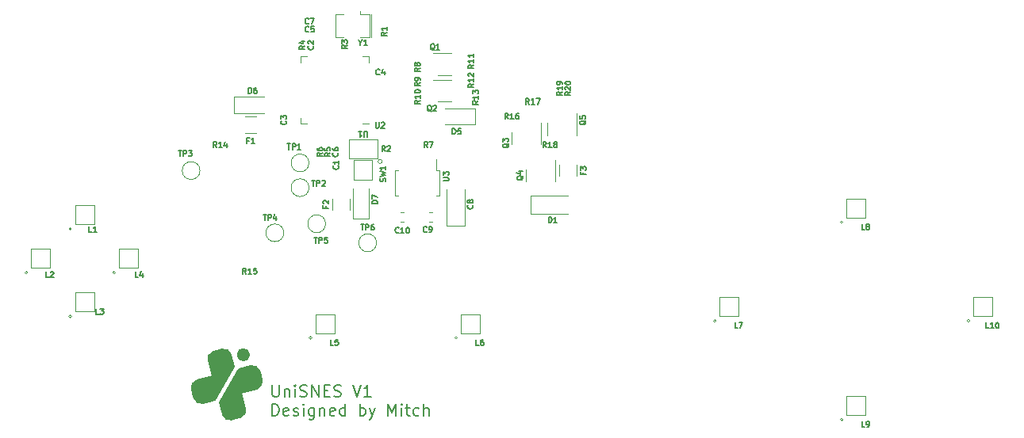
<source format=gbr>
%TF.GenerationSoftware,KiCad,Pcbnew,7.0.6*%
%TF.CreationDate,2023-09-25T23:03:40-07:00*%
%TF.ProjectId,UniSNES,556e6953-4e45-4532-9e6b-696361645f70,rev?*%
%TF.SameCoordinates,Original*%
%TF.FileFunction,Legend,Top*%
%TF.FilePolarity,Positive*%
%FSLAX46Y46*%
G04 Gerber Fmt 4.6, Leading zero omitted, Abs format (unit mm)*
G04 Created by KiCad (PCBNEW 7.0.6) date 2023-09-25 23:03:40*
%MOMM*%
%LPD*%
G01*
G04 APERTURE LIST*
%ADD10C,0.200000*%
%ADD11C,0.150000*%
%ADD12C,0.100000*%
%ADD13C,0.120000*%
%ADD14C,0.152400*%
G04 APERTURE END LIST*
D10*
X58087197Y-61445723D02*
X58087197Y-62457628D01*
X58087197Y-62457628D02*
X58146720Y-62576676D01*
X58146720Y-62576676D02*
X58206244Y-62636200D01*
X58206244Y-62636200D02*
X58325292Y-62695723D01*
X58325292Y-62695723D02*
X58563387Y-62695723D01*
X58563387Y-62695723D02*
X58682435Y-62636200D01*
X58682435Y-62636200D02*
X58741958Y-62576676D01*
X58741958Y-62576676D02*
X58801482Y-62457628D01*
X58801482Y-62457628D02*
X58801482Y-61445723D01*
X59396721Y-61862390D02*
X59396721Y-62695723D01*
X59396721Y-61981438D02*
X59456244Y-61921914D01*
X59456244Y-61921914D02*
X59575292Y-61862390D01*
X59575292Y-61862390D02*
X59753863Y-61862390D01*
X59753863Y-61862390D02*
X59872911Y-61921914D01*
X59872911Y-61921914D02*
X59932435Y-62040961D01*
X59932435Y-62040961D02*
X59932435Y-62695723D01*
X60527673Y-62695723D02*
X60527673Y-61862390D01*
X60527673Y-61445723D02*
X60468149Y-61505247D01*
X60468149Y-61505247D02*
X60527673Y-61564771D01*
X60527673Y-61564771D02*
X60587196Y-61505247D01*
X60587196Y-61505247D02*
X60527673Y-61445723D01*
X60527673Y-61445723D02*
X60527673Y-61564771D01*
X61063387Y-62636200D02*
X61241958Y-62695723D01*
X61241958Y-62695723D02*
X61539577Y-62695723D01*
X61539577Y-62695723D02*
X61658625Y-62636200D01*
X61658625Y-62636200D02*
X61718149Y-62576676D01*
X61718149Y-62576676D02*
X61777672Y-62457628D01*
X61777672Y-62457628D02*
X61777672Y-62338580D01*
X61777672Y-62338580D02*
X61718149Y-62219533D01*
X61718149Y-62219533D02*
X61658625Y-62160009D01*
X61658625Y-62160009D02*
X61539577Y-62100485D01*
X61539577Y-62100485D02*
X61301482Y-62040961D01*
X61301482Y-62040961D02*
X61182434Y-61981438D01*
X61182434Y-61981438D02*
X61122911Y-61921914D01*
X61122911Y-61921914D02*
X61063387Y-61802866D01*
X61063387Y-61802866D02*
X61063387Y-61683819D01*
X61063387Y-61683819D02*
X61122911Y-61564771D01*
X61122911Y-61564771D02*
X61182434Y-61505247D01*
X61182434Y-61505247D02*
X61301482Y-61445723D01*
X61301482Y-61445723D02*
X61599101Y-61445723D01*
X61599101Y-61445723D02*
X61777672Y-61505247D01*
X62313387Y-62695723D02*
X62313387Y-61445723D01*
X62313387Y-61445723D02*
X63027672Y-62695723D01*
X63027672Y-62695723D02*
X63027672Y-61445723D01*
X63622911Y-62040961D02*
X64039577Y-62040961D01*
X64218149Y-62695723D02*
X63622911Y-62695723D01*
X63622911Y-62695723D02*
X63622911Y-61445723D01*
X63622911Y-61445723D02*
X64218149Y-61445723D01*
X64694339Y-62636200D02*
X64872910Y-62695723D01*
X64872910Y-62695723D02*
X65170529Y-62695723D01*
X65170529Y-62695723D02*
X65289577Y-62636200D01*
X65289577Y-62636200D02*
X65349101Y-62576676D01*
X65349101Y-62576676D02*
X65408624Y-62457628D01*
X65408624Y-62457628D02*
X65408624Y-62338580D01*
X65408624Y-62338580D02*
X65349101Y-62219533D01*
X65349101Y-62219533D02*
X65289577Y-62160009D01*
X65289577Y-62160009D02*
X65170529Y-62100485D01*
X65170529Y-62100485D02*
X64932434Y-62040961D01*
X64932434Y-62040961D02*
X64813386Y-61981438D01*
X64813386Y-61981438D02*
X64753863Y-61921914D01*
X64753863Y-61921914D02*
X64694339Y-61802866D01*
X64694339Y-61802866D02*
X64694339Y-61683819D01*
X64694339Y-61683819D02*
X64753863Y-61564771D01*
X64753863Y-61564771D02*
X64813386Y-61505247D01*
X64813386Y-61505247D02*
X64932434Y-61445723D01*
X64932434Y-61445723D02*
X65230053Y-61445723D01*
X65230053Y-61445723D02*
X65408624Y-61505247D01*
X66718148Y-61445723D02*
X67134815Y-62695723D01*
X67134815Y-62695723D02*
X67551481Y-61445723D01*
X68622910Y-62695723D02*
X67908625Y-62695723D01*
X68265768Y-62695723D02*
X68265768Y-61445723D01*
X68265768Y-61445723D02*
X68146720Y-61624295D01*
X68146720Y-61624295D02*
X68027672Y-61743342D01*
X68027672Y-61743342D02*
X67908625Y-61802866D01*
X58087197Y-64708223D02*
X58087197Y-63458223D01*
X58087197Y-63458223D02*
X58384816Y-63458223D01*
X58384816Y-63458223D02*
X58563387Y-63517747D01*
X58563387Y-63517747D02*
X58682435Y-63636795D01*
X58682435Y-63636795D02*
X58741958Y-63755842D01*
X58741958Y-63755842D02*
X58801482Y-63993938D01*
X58801482Y-63993938D02*
X58801482Y-64172509D01*
X58801482Y-64172509D02*
X58741958Y-64410604D01*
X58741958Y-64410604D02*
X58682435Y-64529652D01*
X58682435Y-64529652D02*
X58563387Y-64648700D01*
X58563387Y-64648700D02*
X58384816Y-64708223D01*
X58384816Y-64708223D02*
X58087197Y-64708223D01*
X59813387Y-64648700D02*
X59694339Y-64708223D01*
X59694339Y-64708223D02*
X59456244Y-64708223D01*
X59456244Y-64708223D02*
X59337197Y-64648700D01*
X59337197Y-64648700D02*
X59277673Y-64529652D01*
X59277673Y-64529652D02*
X59277673Y-64053461D01*
X59277673Y-64053461D02*
X59337197Y-63934414D01*
X59337197Y-63934414D02*
X59456244Y-63874890D01*
X59456244Y-63874890D02*
X59694339Y-63874890D01*
X59694339Y-63874890D02*
X59813387Y-63934414D01*
X59813387Y-63934414D02*
X59872911Y-64053461D01*
X59872911Y-64053461D02*
X59872911Y-64172509D01*
X59872911Y-64172509D02*
X59277673Y-64291557D01*
X60349102Y-64648700D02*
X60468149Y-64708223D01*
X60468149Y-64708223D02*
X60706245Y-64708223D01*
X60706245Y-64708223D02*
X60825292Y-64648700D01*
X60825292Y-64648700D02*
X60884816Y-64529652D01*
X60884816Y-64529652D02*
X60884816Y-64470128D01*
X60884816Y-64470128D02*
X60825292Y-64351080D01*
X60825292Y-64351080D02*
X60706245Y-64291557D01*
X60706245Y-64291557D02*
X60527673Y-64291557D01*
X60527673Y-64291557D02*
X60408626Y-64232033D01*
X60408626Y-64232033D02*
X60349102Y-64112985D01*
X60349102Y-64112985D02*
X60349102Y-64053461D01*
X60349102Y-64053461D02*
X60408626Y-63934414D01*
X60408626Y-63934414D02*
X60527673Y-63874890D01*
X60527673Y-63874890D02*
X60706245Y-63874890D01*
X60706245Y-63874890D02*
X60825292Y-63934414D01*
X61420531Y-64708223D02*
X61420531Y-63874890D01*
X61420531Y-63458223D02*
X61361007Y-63517747D01*
X61361007Y-63517747D02*
X61420531Y-63577271D01*
X61420531Y-63577271D02*
X61480054Y-63517747D01*
X61480054Y-63517747D02*
X61420531Y-63458223D01*
X61420531Y-63458223D02*
X61420531Y-63577271D01*
X62551483Y-63874890D02*
X62551483Y-64886795D01*
X62551483Y-64886795D02*
X62491959Y-65005842D01*
X62491959Y-65005842D02*
X62432435Y-65065366D01*
X62432435Y-65065366D02*
X62313388Y-65124890D01*
X62313388Y-65124890D02*
X62134816Y-65124890D01*
X62134816Y-65124890D02*
X62015769Y-65065366D01*
X62551483Y-64648700D02*
X62432435Y-64708223D01*
X62432435Y-64708223D02*
X62194340Y-64708223D01*
X62194340Y-64708223D02*
X62075292Y-64648700D01*
X62075292Y-64648700D02*
X62015769Y-64589176D01*
X62015769Y-64589176D02*
X61956245Y-64470128D01*
X61956245Y-64470128D02*
X61956245Y-64112985D01*
X61956245Y-64112985D02*
X62015769Y-63993938D01*
X62015769Y-63993938D02*
X62075292Y-63934414D01*
X62075292Y-63934414D02*
X62194340Y-63874890D01*
X62194340Y-63874890D02*
X62432435Y-63874890D01*
X62432435Y-63874890D02*
X62551483Y-63934414D01*
X63146721Y-63874890D02*
X63146721Y-64708223D01*
X63146721Y-63993938D02*
X63206244Y-63934414D01*
X63206244Y-63934414D02*
X63325292Y-63874890D01*
X63325292Y-63874890D02*
X63503863Y-63874890D01*
X63503863Y-63874890D02*
X63622911Y-63934414D01*
X63622911Y-63934414D02*
X63682435Y-64053461D01*
X63682435Y-64053461D02*
X63682435Y-64708223D01*
X64753863Y-64648700D02*
X64634815Y-64708223D01*
X64634815Y-64708223D02*
X64396720Y-64708223D01*
X64396720Y-64708223D02*
X64277673Y-64648700D01*
X64277673Y-64648700D02*
X64218149Y-64529652D01*
X64218149Y-64529652D02*
X64218149Y-64053461D01*
X64218149Y-64053461D02*
X64277673Y-63934414D01*
X64277673Y-63934414D02*
X64396720Y-63874890D01*
X64396720Y-63874890D02*
X64634815Y-63874890D01*
X64634815Y-63874890D02*
X64753863Y-63934414D01*
X64753863Y-63934414D02*
X64813387Y-64053461D01*
X64813387Y-64053461D02*
X64813387Y-64172509D01*
X64813387Y-64172509D02*
X64218149Y-64291557D01*
X65884816Y-64708223D02*
X65884816Y-63458223D01*
X65884816Y-64648700D02*
X65765768Y-64708223D01*
X65765768Y-64708223D02*
X65527673Y-64708223D01*
X65527673Y-64708223D02*
X65408625Y-64648700D01*
X65408625Y-64648700D02*
X65349102Y-64589176D01*
X65349102Y-64589176D02*
X65289578Y-64470128D01*
X65289578Y-64470128D02*
X65289578Y-64112985D01*
X65289578Y-64112985D02*
X65349102Y-63993938D01*
X65349102Y-63993938D02*
X65408625Y-63934414D01*
X65408625Y-63934414D02*
X65527673Y-63874890D01*
X65527673Y-63874890D02*
X65765768Y-63874890D01*
X65765768Y-63874890D02*
X65884816Y-63934414D01*
X67432435Y-64708223D02*
X67432435Y-63458223D01*
X67432435Y-63934414D02*
X67551482Y-63874890D01*
X67551482Y-63874890D02*
X67789577Y-63874890D01*
X67789577Y-63874890D02*
X67908625Y-63934414D01*
X67908625Y-63934414D02*
X67968149Y-63993938D01*
X67968149Y-63993938D02*
X68027673Y-64112985D01*
X68027673Y-64112985D02*
X68027673Y-64470128D01*
X68027673Y-64470128D02*
X67968149Y-64589176D01*
X67968149Y-64589176D02*
X67908625Y-64648700D01*
X67908625Y-64648700D02*
X67789577Y-64708223D01*
X67789577Y-64708223D02*
X67551482Y-64708223D01*
X67551482Y-64708223D02*
X67432435Y-64648700D01*
X68444339Y-63874890D02*
X68741958Y-64708223D01*
X69039577Y-63874890D02*
X68741958Y-64708223D01*
X68741958Y-64708223D02*
X68622910Y-65005842D01*
X68622910Y-65005842D02*
X68563387Y-65065366D01*
X68563387Y-65065366D02*
X68444339Y-65124890D01*
X70468149Y-64708223D02*
X70468149Y-63458223D01*
X70468149Y-63458223D02*
X70884815Y-64351080D01*
X70884815Y-64351080D02*
X71301482Y-63458223D01*
X71301482Y-63458223D02*
X71301482Y-64708223D01*
X71896720Y-64708223D02*
X71896720Y-63874890D01*
X71896720Y-63458223D02*
X71837196Y-63517747D01*
X71837196Y-63517747D02*
X71896720Y-63577271D01*
X71896720Y-63577271D02*
X71956243Y-63517747D01*
X71956243Y-63517747D02*
X71896720Y-63458223D01*
X71896720Y-63458223D02*
X71896720Y-63577271D01*
X72313386Y-63874890D02*
X72789577Y-63874890D01*
X72491958Y-63458223D02*
X72491958Y-64529652D01*
X72491958Y-64529652D02*
X72551481Y-64648700D01*
X72551481Y-64648700D02*
X72670529Y-64708223D01*
X72670529Y-64708223D02*
X72789577Y-64708223D01*
X73741958Y-64648700D02*
X73622910Y-64708223D01*
X73622910Y-64708223D02*
X73384815Y-64708223D01*
X73384815Y-64708223D02*
X73265767Y-64648700D01*
X73265767Y-64648700D02*
X73206244Y-64589176D01*
X73206244Y-64589176D02*
X73146720Y-64470128D01*
X73146720Y-64470128D02*
X73146720Y-64112985D01*
X73146720Y-64112985D02*
X73206244Y-63993938D01*
X73206244Y-63993938D02*
X73265767Y-63934414D01*
X73265767Y-63934414D02*
X73384815Y-63874890D01*
X73384815Y-63874890D02*
X73622910Y-63874890D01*
X73622910Y-63874890D02*
X73741958Y-63934414D01*
X74277673Y-64708223D02*
X74277673Y-63458223D01*
X74813387Y-64708223D02*
X74813387Y-64053461D01*
X74813387Y-64053461D02*
X74753863Y-63934414D01*
X74753863Y-63934414D02*
X74634815Y-63874890D01*
X74634815Y-63874890D02*
X74456244Y-63874890D01*
X74456244Y-63874890D02*
X74337196Y-63934414D01*
X74337196Y-63934414D02*
X74277673Y-63993938D01*
D11*
X74677600Y-36032971D02*
X74477600Y-35747257D01*
X74334743Y-36032971D02*
X74334743Y-35432971D01*
X74334743Y-35432971D02*
X74563314Y-35432971D01*
X74563314Y-35432971D02*
X74620457Y-35461542D01*
X74620457Y-35461542D02*
X74649028Y-35490114D01*
X74649028Y-35490114D02*
X74677600Y-35547257D01*
X74677600Y-35547257D02*
X74677600Y-35632971D01*
X74677600Y-35632971D02*
X74649028Y-35690114D01*
X74649028Y-35690114D02*
X74620457Y-35718685D01*
X74620457Y-35718685D02*
X74563314Y-35747257D01*
X74563314Y-35747257D02*
X74334743Y-35747257D01*
X74877600Y-35432971D02*
X75277600Y-35432971D01*
X75277600Y-35432971D02*
X75020457Y-36032971D01*
X89068171Y-30103714D02*
X88782457Y-30303714D01*
X89068171Y-30446571D02*
X88468171Y-30446571D01*
X88468171Y-30446571D02*
X88468171Y-30218000D01*
X88468171Y-30218000D02*
X88496742Y-30160857D01*
X88496742Y-30160857D02*
X88525314Y-30132286D01*
X88525314Y-30132286D02*
X88582457Y-30103714D01*
X88582457Y-30103714D02*
X88668171Y-30103714D01*
X88668171Y-30103714D02*
X88725314Y-30132286D01*
X88725314Y-30132286D02*
X88753885Y-30160857D01*
X88753885Y-30160857D02*
X88782457Y-30218000D01*
X88782457Y-30218000D02*
X88782457Y-30446571D01*
X89068171Y-29532286D02*
X89068171Y-29875143D01*
X89068171Y-29703714D02*
X88468171Y-29703714D01*
X88468171Y-29703714D02*
X88553885Y-29760857D01*
X88553885Y-29760857D02*
X88611028Y-29818000D01*
X88611028Y-29818000D02*
X88639600Y-29875143D01*
X89068171Y-29246571D02*
X89068171Y-29132285D01*
X89068171Y-29132285D02*
X89039600Y-29075142D01*
X89039600Y-29075142D02*
X89011028Y-29046571D01*
X89011028Y-29046571D02*
X88925314Y-28989428D01*
X88925314Y-28989428D02*
X88811028Y-28960857D01*
X88811028Y-28960857D02*
X88582457Y-28960857D01*
X88582457Y-28960857D02*
X88525314Y-28989428D01*
X88525314Y-28989428D02*
X88496742Y-29018000D01*
X88496742Y-29018000D02*
X88468171Y-29075142D01*
X88468171Y-29075142D02*
X88468171Y-29189428D01*
X88468171Y-29189428D02*
X88496742Y-29246571D01*
X88496742Y-29246571D02*
X88525314Y-29275142D01*
X88525314Y-29275142D02*
X88582457Y-29303714D01*
X88582457Y-29303714D02*
X88725314Y-29303714D01*
X88725314Y-29303714D02*
X88782457Y-29275142D01*
X88782457Y-29275142D02*
X88811028Y-29246571D01*
X88811028Y-29246571D02*
X88839600Y-29189428D01*
X88839600Y-29189428D02*
X88839600Y-29075142D01*
X88839600Y-29075142D02*
X88811028Y-29018000D01*
X88811028Y-29018000D02*
X88782457Y-28989428D01*
X88782457Y-28989428D02*
X88725314Y-28960857D01*
X68235348Y-34898333D02*
X68235348Y-34412619D01*
X68235348Y-34412619D02*
X68206777Y-34355476D01*
X68206777Y-34355476D02*
X68178206Y-34326905D01*
X68178206Y-34326905D02*
X68121063Y-34298333D01*
X68121063Y-34298333D02*
X68006777Y-34298333D01*
X68006777Y-34298333D02*
X67949634Y-34326905D01*
X67949634Y-34326905D02*
X67921063Y-34355476D01*
X67921063Y-34355476D02*
X67892491Y-34412619D01*
X67892491Y-34412619D02*
X67892491Y-34898333D01*
X67292492Y-34298333D02*
X67635349Y-34298333D01*
X67463920Y-34298333D02*
X67463920Y-34898333D01*
X67463920Y-34898333D02*
X67521063Y-34812619D01*
X67521063Y-34812619D02*
X67578206Y-34755476D01*
X67578206Y-34755476D02*
X67635349Y-34726905D01*
X70156400Y-36439371D02*
X69956400Y-36153657D01*
X69813543Y-36439371D02*
X69813543Y-35839371D01*
X69813543Y-35839371D02*
X70042114Y-35839371D01*
X70042114Y-35839371D02*
X70099257Y-35867942D01*
X70099257Y-35867942D02*
X70127828Y-35896514D01*
X70127828Y-35896514D02*
X70156400Y-35953657D01*
X70156400Y-35953657D02*
X70156400Y-36039371D01*
X70156400Y-36039371D02*
X70127828Y-36096514D01*
X70127828Y-36096514D02*
X70099257Y-36125085D01*
X70099257Y-36125085D02*
X70042114Y-36153657D01*
X70042114Y-36153657D02*
X69813543Y-36153657D01*
X70384971Y-35896514D02*
X70413543Y-35867942D01*
X70413543Y-35867942D02*
X70470686Y-35839371D01*
X70470686Y-35839371D02*
X70613543Y-35839371D01*
X70613543Y-35839371D02*
X70670686Y-35867942D01*
X70670686Y-35867942D02*
X70699257Y-35896514D01*
X70699257Y-35896514D02*
X70727828Y-35953657D01*
X70727828Y-35953657D02*
X70727828Y-36010800D01*
X70727828Y-36010800D02*
X70699257Y-36096514D01*
X70699257Y-36096514D02*
X70356400Y-36439371D01*
X70356400Y-36439371D02*
X70727828Y-36439371D01*
X73878971Y-29106799D02*
X73593257Y-29306799D01*
X73878971Y-29449656D02*
X73278971Y-29449656D01*
X73278971Y-29449656D02*
X73278971Y-29221085D01*
X73278971Y-29221085D02*
X73307542Y-29163942D01*
X73307542Y-29163942D02*
X73336114Y-29135371D01*
X73336114Y-29135371D02*
X73393257Y-29106799D01*
X73393257Y-29106799D02*
X73478971Y-29106799D01*
X73478971Y-29106799D02*
X73536114Y-29135371D01*
X73536114Y-29135371D02*
X73564685Y-29163942D01*
X73564685Y-29163942D02*
X73593257Y-29221085D01*
X73593257Y-29221085D02*
X73593257Y-29449656D01*
X73878971Y-28821085D02*
X73878971Y-28706799D01*
X73878971Y-28706799D02*
X73850400Y-28649656D01*
X73850400Y-28649656D02*
X73821828Y-28621085D01*
X73821828Y-28621085D02*
X73736114Y-28563942D01*
X73736114Y-28563942D02*
X73621828Y-28535371D01*
X73621828Y-28535371D02*
X73393257Y-28535371D01*
X73393257Y-28535371D02*
X73336114Y-28563942D01*
X73336114Y-28563942D02*
X73307542Y-28592514D01*
X73307542Y-28592514D02*
X73278971Y-28649656D01*
X73278971Y-28649656D02*
X73278971Y-28763942D01*
X73278971Y-28763942D02*
X73307542Y-28821085D01*
X73307542Y-28821085D02*
X73336114Y-28849656D01*
X73336114Y-28849656D02*
X73393257Y-28878228D01*
X73393257Y-28878228D02*
X73536114Y-28878228D01*
X73536114Y-28878228D02*
X73593257Y-28849656D01*
X73593257Y-28849656D02*
X73621828Y-28821085D01*
X73621828Y-28821085D02*
X73650400Y-28763942D01*
X73650400Y-28763942D02*
X73650400Y-28649656D01*
X73650400Y-28649656D02*
X73621828Y-28592514D01*
X73621828Y-28592514D02*
X73593257Y-28563942D01*
X73593257Y-28563942D02*
X73536114Y-28535371D01*
X73878971Y-27531999D02*
X73593257Y-27731999D01*
X73878971Y-27874856D02*
X73278971Y-27874856D01*
X73278971Y-27874856D02*
X73278971Y-27646285D01*
X73278971Y-27646285D02*
X73307542Y-27589142D01*
X73307542Y-27589142D02*
X73336114Y-27560571D01*
X73336114Y-27560571D02*
X73393257Y-27531999D01*
X73393257Y-27531999D02*
X73478971Y-27531999D01*
X73478971Y-27531999D02*
X73536114Y-27560571D01*
X73536114Y-27560571D02*
X73564685Y-27589142D01*
X73564685Y-27589142D02*
X73593257Y-27646285D01*
X73593257Y-27646285D02*
X73593257Y-27874856D01*
X73536114Y-27189142D02*
X73507542Y-27246285D01*
X73507542Y-27246285D02*
X73478971Y-27274856D01*
X73478971Y-27274856D02*
X73421828Y-27303428D01*
X73421828Y-27303428D02*
X73393257Y-27303428D01*
X73393257Y-27303428D02*
X73336114Y-27274856D01*
X73336114Y-27274856D02*
X73307542Y-27246285D01*
X73307542Y-27246285D02*
X73278971Y-27189142D01*
X73278971Y-27189142D02*
X73278971Y-27074856D01*
X73278971Y-27074856D02*
X73307542Y-27017714D01*
X73307542Y-27017714D02*
X73336114Y-26989142D01*
X73336114Y-26989142D02*
X73393257Y-26960571D01*
X73393257Y-26960571D02*
X73421828Y-26960571D01*
X73421828Y-26960571D02*
X73478971Y-26989142D01*
X73478971Y-26989142D02*
X73507542Y-27017714D01*
X73507542Y-27017714D02*
X73536114Y-27074856D01*
X73536114Y-27074856D02*
X73536114Y-27189142D01*
X73536114Y-27189142D02*
X73564685Y-27246285D01*
X73564685Y-27246285D02*
X73593257Y-27274856D01*
X73593257Y-27274856D02*
X73650400Y-27303428D01*
X73650400Y-27303428D02*
X73764685Y-27303428D01*
X73764685Y-27303428D02*
X73821828Y-27274856D01*
X73821828Y-27274856D02*
X73850400Y-27246285D01*
X73850400Y-27246285D02*
X73878971Y-27189142D01*
X73878971Y-27189142D02*
X73878971Y-27074856D01*
X73878971Y-27074856D02*
X73850400Y-27017714D01*
X73850400Y-27017714D02*
X73821828Y-26989142D01*
X73821828Y-26989142D02*
X73764685Y-26960571D01*
X73764685Y-26960571D02*
X73650400Y-26960571D01*
X73650400Y-26960571D02*
X73593257Y-26989142D01*
X73593257Y-26989142D02*
X73564685Y-27017714D01*
X73564685Y-27017714D02*
X73536114Y-27074856D01*
X75076057Y-32178514D02*
X75018914Y-32149942D01*
X75018914Y-32149942D02*
X74961771Y-32092800D01*
X74961771Y-32092800D02*
X74876057Y-32007085D01*
X74876057Y-32007085D02*
X74818914Y-31978514D01*
X74818914Y-31978514D02*
X74761771Y-31978514D01*
X74790342Y-32121371D02*
X74733200Y-32092800D01*
X74733200Y-32092800D02*
X74676057Y-32035657D01*
X74676057Y-32035657D02*
X74647485Y-31921371D01*
X74647485Y-31921371D02*
X74647485Y-31721371D01*
X74647485Y-31721371D02*
X74676057Y-31607085D01*
X74676057Y-31607085D02*
X74733200Y-31549942D01*
X74733200Y-31549942D02*
X74790342Y-31521371D01*
X74790342Y-31521371D02*
X74904628Y-31521371D01*
X74904628Y-31521371D02*
X74961771Y-31549942D01*
X74961771Y-31549942D02*
X75018914Y-31607085D01*
X75018914Y-31607085D02*
X75047485Y-31721371D01*
X75047485Y-31721371D02*
X75047485Y-31921371D01*
X75047485Y-31921371D02*
X75018914Y-32035657D01*
X75018914Y-32035657D02*
X74961771Y-32092800D01*
X74961771Y-32092800D02*
X74904628Y-32121371D01*
X74904628Y-32121371D02*
X74790342Y-32121371D01*
X75276056Y-31578514D02*
X75304628Y-31549942D01*
X75304628Y-31549942D02*
X75361771Y-31521371D01*
X75361771Y-31521371D02*
X75504628Y-31521371D01*
X75504628Y-31521371D02*
X75561771Y-31549942D01*
X75561771Y-31549942D02*
X75590342Y-31578514D01*
X75590342Y-31578514D02*
X75618913Y-31635657D01*
X75618913Y-31635657D02*
X75618913Y-31692800D01*
X75618913Y-31692800D02*
X75590342Y-31778514D01*
X75590342Y-31778514D02*
X75247485Y-32121371D01*
X75247485Y-32121371D02*
X75618913Y-32121371D01*
X62285656Y-39547771D02*
X62628514Y-39547771D01*
X62457085Y-40147771D02*
X62457085Y-39547771D01*
X62828514Y-40147771D02*
X62828514Y-39547771D01*
X62828514Y-39547771D02*
X63057085Y-39547771D01*
X63057085Y-39547771D02*
X63114228Y-39576342D01*
X63114228Y-39576342D02*
X63142799Y-39604914D01*
X63142799Y-39604914D02*
X63171371Y-39662057D01*
X63171371Y-39662057D02*
X63171371Y-39747771D01*
X63171371Y-39747771D02*
X63142799Y-39804914D01*
X63142799Y-39804914D02*
X63114228Y-39833485D01*
X63114228Y-39833485D02*
X63057085Y-39862057D01*
X63057085Y-39862057D02*
X62828514Y-39862057D01*
X63399942Y-39604914D02*
X63428514Y-39576342D01*
X63428514Y-39576342D02*
X63485657Y-39547771D01*
X63485657Y-39547771D02*
X63628514Y-39547771D01*
X63628514Y-39547771D02*
X63685657Y-39576342D01*
X63685657Y-39576342D02*
X63714228Y-39604914D01*
X63714228Y-39604914D02*
X63742799Y-39662057D01*
X63742799Y-39662057D02*
X63742799Y-39719200D01*
X63742799Y-39719200D02*
X63714228Y-39804914D01*
X63714228Y-39804914D02*
X63371371Y-40147771D01*
X63371371Y-40147771D02*
X63742799Y-40147771D01*
X62442628Y-25195199D02*
X62471200Y-25223771D01*
X62471200Y-25223771D02*
X62499771Y-25309485D01*
X62499771Y-25309485D02*
X62499771Y-25366628D01*
X62499771Y-25366628D02*
X62471200Y-25452342D01*
X62471200Y-25452342D02*
X62414057Y-25509485D01*
X62414057Y-25509485D02*
X62356914Y-25538056D01*
X62356914Y-25538056D02*
X62242628Y-25566628D01*
X62242628Y-25566628D02*
X62156914Y-25566628D01*
X62156914Y-25566628D02*
X62042628Y-25538056D01*
X62042628Y-25538056D02*
X61985485Y-25509485D01*
X61985485Y-25509485D02*
X61928342Y-25452342D01*
X61928342Y-25452342D02*
X61899771Y-25366628D01*
X61899771Y-25366628D02*
X61899771Y-25309485D01*
X61899771Y-25309485D02*
X61928342Y-25223771D01*
X61928342Y-25223771D02*
X61956914Y-25195199D01*
X61956914Y-24966628D02*
X61928342Y-24938056D01*
X61928342Y-24938056D02*
X61899771Y-24880914D01*
X61899771Y-24880914D02*
X61899771Y-24738056D01*
X61899771Y-24738056D02*
X61928342Y-24680914D01*
X61928342Y-24680914D02*
X61956914Y-24652342D01*
X61956914Y-24652342D02*
X62014057Y-24623771D01*
X62014057Y-24623771D02*
X62071200Y-24623771D01*
X62071200Y-24623771D02*
X62156914Y-24652342D01*
X62156914Y-24652342D02*
X62499771Y-24995199D01*
X62499771Y-24995199D02*
X62499771Y-24623771D01*
X38812800Y-45075371D02*
X38527086Y-45075371D01*
X38527086Y-45075371D02*
X38527086Y-44475371D01*
X39327085Y-45075371D02*
X38984228Y-45075371D01*
X39155657Y-45075371D02*
X39155657Y-44475371D01*
X39155657Y-44475371D02*
X39098514Y-44561085D01*
X39098514Y-44561085D02*
X39041371Y-44618228D01*
X39041371Y-44618228D02*
X38984228Y-44646800D01*
X91563714Y-33178742D02*
X91535142Y-33235885D01*
X91535142Y-33235885D02*
X91478000Y-33293028D01*
X91478000Y-33293028D02*
X91392285Y-33378742D01*
X91392285Y-33378742D02*
X91363714Y-33435885D01*
X91363714Y-33435885D02*
X91363714Y-33493028D01*
X91506571Y-33464457D02*
X91478000Y-33521600D01*
X91478000Y-33521600D02*
X91420857Y-33578742D01*
X91420857Y-33578742D02*
X91306571Y-33607314D01*
X91306571Y-33607314D02*
X91106571Y-33607314D01*
X91106571Y-33607314D02*
X90992285Y-33578742D01*
X90992285Y-33578742D02*
X90935142Y-33521600D01*
X90935142Y-33521600D02*
X90906571Y-33464457D01*
X90906571Y-33464457D02*
X90906571Y-33350171D01*
X90906571Y-33350171D02*
X90935142Y-33293028D01*
X90935142Y-33293028D02*
X90992285Y-33235885D01*
X90992285Y-33235885D02*
X91106571Y-33207314D01*
X91106571Y-33207314D02*
X91306571Y-33207314D01*
X91306571Y-33207314D02*
X91420857Y-33235885D01*
X91420857Y-33235885D02*
X91478000Y-33293028D01*
X91478000Y-33293028D02*
X91506571Y-33350171D01*
X91506571Y-33350171D02*
X91506571Y-33464457D01*
X90906571Y-32664457D02*
X90906571Y-32950171D01*
X90906571Y-32950171D02*
X91192285Y-32978743D01*
X91192285Y-32978743D02*
X91163714Y-32950171D01*
X91163714Y-32950171D02*
X91135142Y-32893029D01*
X91135142Y-32893029D02*
X91135142Y-32750171D01*
X91135142Y-32750171D02*
X91163714Y-32693029D01*
X91163714Y-32693029D02*
X91192285Y-32664457D01*
X91192285Y-32664457D02*
X91249428Y-32635886D01*
X91249428Y-32635886D02*
X91392285Y-32635886D01*
X91392285Y-32635886D02*
X91449428Y-32664457D01*
X91449428Y-32664457D02*
X91478000Y-32693029D01*
X91478000Y-32693029D02*
X91506571Y-32750171D01*
X91506571Y-32750171D02*
X91506571Y-32893029D01*
X91506571Y-32893029D02*
X91478000Y-32950171D01*
X91478000Y-32950171D02*
X91449428Y-32978743D01*
X121316326Y-44804472D02*
X121030612Y-44804472D01*
X121030612Y-44804472D02*
X121030612Y-44204472D01*
X121602040Y-44461615D02*
X121544897Y-44433043D01*
X121544897Y-44433043D02*
X121516326Y-44404472D01*
X121516326Y-44404472D02*
X121487754Y-44347329D01*
X121487754Y-44347329D02*
X121487754Y-44318758D01*
X121487754Y-44318758D02*
X121516326Y-44261615D01*
X121516326Y-44261615D02*
X121544897Y-44233043D01*
X121544897Y-44233043D02*
X121602040Y-44204472D01*
X121602040Y-44204472D02*
X121716326Y-44204472D01*
X121716326Y-44204472D02*
X121773469Y-44233043D01*
X121773469Y-44233043D02*
X121802040Y-44261615D01*
X121802040Y-44261615D02*
X121830611Y-44318758D01*
X121830611Y-44318758D02*
X121830611Y-44347329D01*
X121830611Y-44347329D02*
X121802040Y-44404472D01*
X121802040Y-44404472D02*
X121773469Y-44433043D01*
X121773469Y-44433043D02*
X121716326Y-44461615D01*
X121716326Y-44461615D02*
X121602040Y-44461615D01*
X121602040Y-44461615D02*
X121544897Y-44490186D01*
X121544897Y-44490186D02*
X121516326Y-44518758D01*
X121516326Y-44518758D02*
X121487754Y-44575901D01*
X121487754Y-44575901D02*
X121487754Y-44690186D01*
X121487754Y-44690186D02*
X121516326Y-44747329D01*
X121516326Y-44747329D02*
X121544897Y-44775901D01*
X121544897Y-44775901D02*
X121602040Y-44804472D01*
X121602040Y-44804472D02*
X121716326Y-44804472D01*
X121716326Y-44804472D02*
X121773469Y-44775901D01*
X121773469Y-44775901D02*
X121802040Y-44747329D01*
X121802040Y-44747329D02*
X121830611Y-44690186D01*
X121830611Y-44690186D02*
X121830611Y-44575901D01*
X121830611Y-44575901D02*
X121802040Y-44518758D01*
X121802040Y-44518758D02*
X121773469Y-44490186D01*
X121773469Y-44490186D02*
X121716326Y-44461615D01*
X89931771Y-30103714D02*
X89646057Y-30303714D01*
X89931771Y-30446571D02*
X89331771Y-30446571D01*
X89331771Y-30446571D02*
X89331771Y-30218000D01*
X89331771Y-30218000D02*
X89360342Y-30160857D01*
X89360342Y-30160857D02*
X89388914Y-30132286D01*
X89388914Y-30132286D02*
X89446057Y-30103714D01*
X89446057Y-30103714D02*
X89531771Y-30103714D01*
X89531771Y-30103714D02*
X89588914Y-30132286D01*
X89588914Y-30132286D02*
X89617485Y-30160857D01*
X89617485Y-30160857D02*
X89646057Y-30218000D01*
X89646057Y-30218000D02*
X89646057Y-30446571D01*
X89388914Y-29875143D02*
X89360342Y-29846571D01*
X89360342Y-29846571D02*
X89331771Y-29789429D01*
X89331771Y-29789429D02*
X89331771Y-29646571D01*
X89331771Y-29646571D02*
X89360342Y-29589429D01*
X89360342Y-29589429D02*
X89388914Y-29560857D01*
X89388914Y-29560857D02*
X89446057Y-29532286D01*
X89446057Y-29532286D02*
X89503200Y-29532286D01*
X89503200Y-29532286D02*
X89588914Y-29560857D01*
X89588914Y-29560857D02*
X89931771Y-29903714D01*
X89931771Y-29903714D02*
X89931771Y-29532286D01*
X89331771Y-29160857D02*
X89331771Y-29103714D01*
X89331771Y-29103714D02*
X89360342Y-29046571D01*
X89360342Y-29046571D02*
X89388914Y-29018000D01*
X89388914Y-29018000D02*
X89446057Y-28989428D01*
X89446057Y-28989428D02*
X89560342Y-28960857D01*
X89560342Y-28960857D02*
X89703200Y-28960857D01*
X89703200Y-28960857D02*
X89817485Y-28989428D01*
X89817485Y-28989428D02*
X89874628Y-29018000D01*
X89874628Y-29018000D02*
X89903200Y-29046571D01*
X89903200Y-29046571D02*
X89931771Y-29103714D01*
X89931771Y-29103714D02*
X89931771Y-29160857D01*
X89931771Y-29160857D02*
X89903200Y-29218000D01*
X89903200Y-29218000D02*
X89874628Y-29246571D01*
X89874628Y-29246571D02*
X89817485Y-29275142D01*
X89817485Y-29275142D02*
X89703200Y-29303714D01*
X89703200Y-29303714D02*
X89560342Y-29303714D01*
X89560342Y-29303714D02*
X89446057Y-29275142D01*
X89446057Y-29275142D02*
X89388914Y-29246571D01*
X89388914Y-29246571D02*
X89360342Y-29218000D01*
X89360342Y-29218000D02*
X89331771Y-29160857D01*
X61585371Y-25195199D02*
X61299657Y-25395199D01*
X61585371Y-25538056D02*
X60985371Y-25538056D01*
X60985371Y-25538056D02*
X60985371Y-25309485D01*
X60985371Y-25309485D02*
X61013942Y-25252342D01*
X61013942Y-25252342D02*
X61042514Y-25223771D01*
X61042514Y-25223771D02*
X61099657Y-25195199D01*
X61099657Y-25195199D02*
X61185371Y-25195199D01*
X61185371Y-25195199D02*
X61242514Y-25223771D01*
X61242514Y-25223771D02*
X61271085Y-25252342D01*
X61271085Y-25252342D02*
X61299657Y-25309485D01*
X61299657Y-25309485D02*
X61299657Y-25538056D01*
X61185371Y-24680914D02*
X61585371Y-24680914D01*
X60956800Y-24823771D02*
X61385371Y-24966628D01*
X61385371Y-24966628D02*
X61385371Y-24595199D01*
X134569057Y-55354472D02*
X134283343Y-55354472D01*
X134283343Y-55354472D02*
X134283343Y-54754472D01*
X135083342Y-55354472D02*
X134740485Y-55354472D01*
X134911914Y-55354472D02*
X134911914Y-54754472D01*
X134911914Y-54754472D02*
X134854771Y-54840186D01*
X134854771Y-54840186D02*
X134797628Y-54897329D01*
X134797628Y-54897329D02*
X134740485Y-54925901D01*
X135454771Y-54754472D02*
X135511914Y-54754472D01*
X135511914Y-54754472D02*
X135569057Y-54783043D01*
X135569057Y-54783043D02*
X135597629Y-54811615D01*
X135597629Y-54811615D02*
X135626200Y-54868758D01*
X135626200Y-54868758D02*
X135654771Y-54983043D01*
X135654771Y-54983043D02*
X135654771Y-55125901D01*
X135654771Y-55125901D02*
X135626200Y-55240186D01*
X135626200Y-55240186D02*
X135597629Y-55297329D01*
X135597629Y-55297329D02*
X135569057Y-55325901D01*
X135569057Y-55325901D02*
X135511914Y-55354472D01*
X135511914Y-55354472D02*
X135454771Y-55354472D01*
X135454771Y-55354472D02*
X135397629Y-55325901D01*
X135397629Y-55325901D02*
X135369057Y-55297329D01*
X135369057Y-55297329D02*
X135340486Y-55240186D01*
X135340486Y-55240186D02*
X135311914Y-55125901D01*
X135311914Y-55125901D02*
X135311914Y-54983043D01*
X135311914Y-54983043D02*
X135340486Y-54868758D01*
X135340486Y-54868758D02*
X135369057Y-54811615D01*
X135369057Y-54811615D02*
X135397629Y-54783043D01*
X135397629Y-54783043D02*
X135454771Y-54754472D01*
X57104056Y-43205371D02*
X57446914Y-43205371D01*
X57275485Y-43805371D02*
X57275485Y-43205371D01*
X57646914Y-43805371D02*
X57646914Y-43205371D01*
X57646914Y-43205371D02*
X57875485Y-43205371D01*
X57875485Y-43205371D02*
X57932628Y-43233942D01*
X57932628Y-43233942D02*
X57961199Y-43262514D01*
X57961199Y-43262514D02*
X57989771Y-43319657D01*
X57989771Y-43319657D02*
X57989771Y-43405371D01*
X57989771Y-43405371D02*
X57961199Y-43462514D01*
X57961199Y-43462514D02*
X57932628Y-43491085D01*
X57932628Y-43491085D02*
X57875485Y-43519657D01*
X57875485Y-43519657D02*
X57646914Y-43519657D01*
X58504057Y-43405371D02*
X58504057Y-43805371D01*
X58361199Y-43176800D02*
X58218342Y-43605371D01*
X58218342Y-43605371D02*
X58589771Y-43605371D01*
X69306971Y-42048056D02*
X68706971Y-42048056D01*
X68706971Y-42048056D02*
X68706971Y-41905199D01*
X68706971Y-41905199D02*
X68735542Y-41819485D01*
X68735542Y-41819485D02*
X68792685Y-41762342D01*
X68792685Y-41762342D02*
X68849828Y-41733771D01*
X68849828Y-41733771D02*
X68964114Y-41705199D01*
X68964114Y-41705199D02*
X69049828Y-41705199D01*
X69049828Y-41705199D02*
X69164114Y-41733771D01*
X69164114Y-41733771D02*
X69221257Y-41762342D01*
X69221257Y-41762342D02*
X69278400Y-41819485D01*
X69278400Y-41819485D02*
X69306971Y-41905199D01*
X69306971Y-41905199D02*
X69306971Y-42048056D01*
X68706971Y-41505199D02*
X68706971Y-41105199D01*
X68706971Y-41105199D02*
X69306971Y-41362342D01*
X71584885Y-45127428D02*
X71556313Y-45156000D01*
X71556313Y-45156000D02*
X71470599Y-45184571D01*
X71470599Y-45184571D02*
X71413456Y-45184571D01*
X71413456Y-45184571D02*
X71327742Y-45156000D01*
X71327742Y-45156000D02*
X71270599Y-45098857D01*
X71270599Y-45098857D02*
X71242028Y-45041714D01*
X71242028Y-45041714D02*
X71213456Y-44927428D01*
X71213456Y-44927428D02*
X71213456Y-44841714D01*
X71213456Y-44841714D02*
X71242028Y-44727428D01*
X71242028Y-44727428D02*
X71270599Y-44670285D01*
X71270599Y-44670285D02*
X71327742Y-44613142D01*
X71327742Y-44613142D02*
X71413456Y-44584571D01*
X71413456Y-44584571D02*
X71470599Y-44584571D01*
X71470599Y-44584571D02*
X71556313Y-44613142D01*
X71556313Y-44613142D02*
X71584885Y-44641714D01*
X72156313Y-45184571D02*
X71813456Y-45184571D01*
X71984885Y-45184571D02*
X71984885Y-44584571D01*
X71984885Y-44584571D02*
X71927742Y-44670285D01*
X71927742Y-44670285D02*
X71870599Y-44727428D01*
X71870599Y-44727428D02*
X71813456Y-44756000D01*
X72527742Y-44584571D02*
X72584885Y-44584571D01*
X72584885Y-44584571D02*
X72642028Y-44613142D01*
X72642028Y-44613142D02*
X72670600Y-44641714D01*
X72670600Y-44641714D02*
X72699171Y-44698857D01*
X72699171Y-44698857D02*
X72727742Y-44813142D01*
X72727742Y-44813142D02*
X72727742Y-44956000D01*
X72727742Y-44956000D02*
X72699171Y-45070285D01*
X72699171Y-45070285D02*
X72670600Y-45127428D01*
X72670600Y-45127428D02*
X72642028Y-45156000D01*
X72642028Y-45156000D02*
X72584885Y-45184571D01*
X72584885Y-45184571D02*
X72527742Y-45184571D01*
X72527742Y-45184571D02*
X72470600Y-45156000D01*
X72470600Y-45156000D02*
X72442028Y-45127428D01*
X72442028Y-45127428D02*
X72413457Y-45070285D01*
X72413457Y-45070285D02*
X72384885Y-44956000D01*
X72384885Y-44956000D02*
X72384885Y-44813142D01*
X72384885Y-44813142D02*
X72413457Y-44698857D01*
X72413457Y-44698857D02*
X72442028Y-44641714D01*
X72442028Y-44641714D02*
X72470600Y-44613142D01*
X72470600Y-44613142D02*
X72527742Y-44584571D01*
X67518056Y-44249771D02*
X67860914Y-44249771D01*
X67689485Y-44849771D02*
X67689485Y-44249771D01*
X68060914Y-44849771D02*
X68060914Y-44249771D01*
X68060914Y-44249771D02*
X68289485Y-44249771D01*
X68289485Y-44249771D02*
X68346628Y-44278342D01*
X68346628Y-44278342D02*
X68375199Y-44306914D01*
X68375199Y-44306914D02*
X68403771Y-44364057D01*
X68403771Y-44364057D02*
X68403771Y-44449771D01*
X68403771Y-44449771D02*
X68375199Y-44506914D01*
X68375199Y-44506914D02*
X68346628Y-44535485D01*
X68346628Y-44535485D02*
X68289485Y-44564057D01*
X68289485Y-44564057D02*
X68060914Y-44564057D01*
X68918057Y-44249771D02*
X68803771Y-44249771D01*
X68803771Y-44249771D02*
X68746628Y-44278342D01*
X68746628Y-44278342D02*
X68718057Y-44306914D01*
X68718057Y-44306914D02*
X68660914Y-44392628D01*
X68660914Y-44392628D02*
X68632342Y-44506914D01*
X68632342Y-44506914D02*
X68632342Y-44735485D01*
X68632342Y-44735485D02*
X68660914Y-44792628D01*
X68660914Y-44792628D02*
X68689485Y-44821200D01*
X68689485Y-44821200D02*
X68746628Y-44849771D01*
X68746628Y-44849771D02*
X68860914Y-44849771D01*
X68860914Y-44849771D02*
X68918057Y-44821200D01*
X68918057Y-44821200D02*
X68946628Y-44792628D01*
X68946628Y-44792628D02*
X68975199Y-44735485D01*
X68975199Y-44735485D02*
X68975199Y-44592628D01*
X68975199Y-44592628D02*
X68946628Y-44535485D01*
X68946628Y-44535485D02*
X68918057Y-44506914D01*
X68918057Y-44506914D02*
X68860914Y-44478342D01*
X68860914Y-44478342D02*
X68746628Y-44478342D01*
X68746628Y-44478342D02*
X68689485Y-44506914D01*
X68689485Y-44506914D02*
X68660914Y-44535485D01*
X68660914Y-44535485D02*
X68632342Y-44592628D01*
X79619371Y-29240114D02*
X79333657Y-29440114D01*
X79619371Y-29582971D02*
X79019371Y-29582971D01*
X79019371Y-29582971D02*
X79019371Y-29354400D01*
X79019371Y-29354400D02*
X79047942Y-29297257D01*
X79047942Y-29297257D02*
X79076514Y-29268686D01*
X79076514Y-29268686D02*
X79133657Y-29240114D01*
X79133657Y-29240114D02*
X79219371Y-29240114D01*
X79219371Y-29240114D02*
X79276514Y-29268686D01*
X79276514Y-29268686D02*
X79305085Y-29297257D01*
X79305085Y-29297257D02*
X79333657Y-29354400D01*
X79333657Y-29354400D02*
X79333657Y-29582971D01*
X79619371Y-28668686D02*
X79619371Y-29011543D01*
X79619371Y-28840114D02*
X79019371Y-28840114D01*
X79019371Y-28840114D02*
X79105085Y-28897257D01*
X79105085Y-28897257D02*
X79162228Y-28954400D01*
X79162228Y-28954400D02*
X79190800Y-29011543D01*
X79076514Y-28440114D02*
X79047942Y-28411542D01*
X79047942Y-28411542D02*
X79019371Y-28354400D01*
X79019371Y-28354400D02*
X79019371Y-28211542D01*
X79019371Y-28211542D02*
X79047942Y-28154400D01*
X79047942Y-28154400D02*
X79076514Y-28125828D01*
X79076514Y-28125828D02*
X79133657Y-28097257D01*
X79133657Y-28097257D02*
X79190800Y-28097257D01*
X79190800Y-28097257D02*
X79276514Y-28125828D01*
X79276514Y-28125828D02*
X79619371Y-28468685D01*
X79619371Y-28468685D02*
X79619371Y-28097257D01*
X107777881Y-55354472D02*
X107492167Y-55354472D01*
X107492167Y-55354472D02*
X107492167Y-54754472D01*
X107920738Y-54754472D02*
X108320738Y-54754472D01*
X108320738Y-54754472D02*
X108063595Y-55354472D01*
X39574800Y-53863771D02*
X39289086Y-53863771D01*
X39289086Y-53863771D02*
X39289086Y-53263771D01*
X39717657Y-53263771D02*
X40089085Y-53263771D01*
X40089085Y-53263771D02*
X39889085Y-53492342D01*
X39889085Y-53492342D02*
X39974800Y-53492342D01*
X39974800Y-53492342D02*
X40031943Y-53520914D01*
X40031943Y-53520914D02*
X40060514Y-53549485D01*
X40060514Y-53549485D02*
X40089085Y-53606628D01*
X40089085Y-53606628D02*
X40089085Y-53749485D01*
X40089085Y-53749485D02*
X40060514Y-53806628D01*
X40060514Y-53806628D02*
X40031943Y-53835200D01*
X40031943Y-53835200D02*
X39974800Y-53863771D01*
X39974800Y-53863771D02*
X39803371Y-53863771D01*
X39803371Y-53863771D02*
X39746228Y-53835200D01*
X39746228Y-53835200D02*
X39717657Y-53806628D01*
X65084228Y-36625199D02*
X65112800Y-36653771D01*
X65112800Y-36653771D02*
X65141371Y-36739485D01*
X65141371Y-36739485D02*
X65141371Y-36796628D01*
X65141371Y-36796628D02*
X65112800Y-36882342D01*
X65112800Y-36882342D02*
X65055657Y-36939485D01*
X65055657Y-36939485D02*
X64998514Y-36968056D01*
X64998514Y-36968056D02*
X64884228Y-36996628D01*
X64884228Y-36996628D02*
X64798514Y-36996628D01*
X64798514Y-36996628D02*
X64684228Y-36968056D01*
X64684228Y-36968056D02*
X64627085Y-36939485D01*
X64627085Y-36939485D02*
X64569942Y-36882342D01*
X64569942Y-36882342D02*
X64541371Y-36796628D01*
X64541371Y-36796628D02*
X64541371Y-36739485D01*
X64541371Y-36739485D02*
X64569942Y-36653771D01*
X64569942Y-36653771D02*
X64598514Y-36625199D01*
X64541371Y-36110914D02*
X64541371Y-36225199D01*
X64541371Y-36225199D02*
X64569942Y-36282342D01*
X64569942Y-36282342D02*
X64598514Y-36310914D01*
X64598514Y-36310914D02*
X64684228Y-36368056D01*
X64684228Y-36368056D02*
X64798514Y-36396628D01*
X64798514Y-36396628D02*
X65027085Y-36396628D01*
X65027085Y-36396628D02*
X65084228Y-36368056D01*
X65084228Y-36368056D02*
X65112800Y-36339485D01*
X65112800Y-36339485D02*
X65141371Y-36282342D01*
X65141371Y-36282342D02*
X65141371Y-36168056D01*
X65141371Y-36168056D02*
X65112800Y-36110914D01*
X65112800Y-36110914D02*
X65084228Y-36082342D01*
X65084228Y-36082342D02*
X65027085Y-36053771D01*
X65027085Y-36053771D02*
X64884228Y-36053771D01*
X64884228Y-36053771D02*
X64827085Y-36082342D01*
X64827085Y-36082342D02*
X64798514Y-36110914D01*
X64798514Y-36110914D02*
X64769942Y-36168056D01*
X64769942Y-36168056D02*
X64769942Y-36282342D01*
X64769942Y-36282342D02*
X64798514Y-36339485D01*
X64798514Y-36339485D02*
X64827085Y-36368056D01*
X64827085Y-36368056D02*
X64884228Y-36396628D01*
X62539656Y-45643771D02*
X62882514Y-45643771D01*
X62711085Y-46243771D02*
X62711085Y-45643771D01*
X63082514Y-46243771D02*
X63082514Y-45643771D01*
X63082514Y-45643771D02*
X63311085Y-45643771D01*
X63311085Y-45643771D02*
X63368228Y-45672342D01*
X63368228Y-45672342D02*
X63396799Y-45700914D01*
X63396799Y-45700914D02*
X63425371Y-45758057D01*
X63425371Y-45758057D02*
X63425371Y-45843771D01*
X63425371Y-45843771D02*
X63396799Y-45900914D01*
X63396799Y-45900914D02*
X63368228Y-45929485D01*
X63368228Y-45929485D02*
X63311085Y-45958057D01*
X63311085Y-45958057D02*
X63082514Y-45958057D01*
X63968228Y-45643771D02*
X63682514Y-45643771D01*
X63682514Y-45643771D02*
X63653942Y-45929485D01*
X63653942Y-45929485D02*
X63682514Y-45900914D01*
X63682514Y-45900914D02*
X63739657Y-45872342D01*
X63739657Y-45872342D02*
X63882514Y-45872342D01*
X63882514Y-45872342D02*
X63939657Y-45900914D01*
X63939657Y-45900914D02*
X63968228Y-45929485D01*
X63968228Y-45929485D02*
X63996799Y-45986628D01*
X63996799Y-45986628D02*
X63996799Y-46129485D01*
X63996799Y-46129485D02*
X63968228Y-46186628D01*
X63968228Y-46186628D02*
X63939657Y-46215200D01*
X63939657Y-46215200D02*
X63882514Y-46243771D01*
X63882514Y-46243771D02*
X63739657Y-46243771D01*
X63739657Y-46243771D02*
X63682514Y-46215200D01*
X63682514Y-46215200D02*
X63653942Y-46186628D01*
X61977600Y-23631428D02*
X61949028Y-23660000D01*
X61949028Y-23660000D02*
X61863314Y-23688571D01*
X61863314Y-23688571D02*
X61806171Y-23688571D01*
X61806171Y-23688571D02*
X61720457Y-23660000D01*
X61720457Y-23660000D02*
X61663314Y-23602857D01*
X61663314Y-23602857D02*
X61634743Y-23545714D01*
X61634743Y-23545714D02*
X61606171Y-23431428D01*
X61606171Y-23431428D02*
X61606171Y-23345714D01*
X61606171Y-23345714D02*
X61634743Y-23231428D01*
X61634743Y-23231428D02*
X61663314Y-23174285D01*
X61663314Y-23174285D02*
X61720457Y-23117142D01*
X61720457Y-23117142D02*
X61806171Y-23088571D01*
X61806171Y-23088571D02*
X61863314Y-23088571D01*
X61863314Y-23088571D02*
X61949028Y-23117142D01*
X61949028Y-23117142D02*
X61977600Y-23145714D01*
X62520457Y-23088571D02*
X62234743Y-23088571D01*
X62234743Y-23088571D02*
X62206171Y-23374285D01*
X62206171Y-23374285D02*
X62234743Y-23345714D01*
X62234743Y-23345714D02*
X62291886Y-23317142D01*
X62291886Y-23317142D02*
X62434743Y-23317142D01*
X62434743Y-23317142D02*
X62491886Y-23345714D01*
X62491886Y-23345714D02*
X62520457Y-23374285D01*
X62520457Y-23374285D02*
X62549028Y-23431428D01*
X62549028Y-23431428D02*
X62549028Y-23574285D01*
X62549028Y-23574285D02*
X62520457Y-23631428D01*
X62520457Y-23631428D02*
X62491886Y-23660000D01*
X62491886Y-23660000D02*
X62434743Y-23688571D01*
X62434743Y-23688571D02*
X62291886Y-23688571D01*
X62291886Y-23688571D02*
X62234743Y-23660000D01*
X62234743Y-23660000D02*
X62206171Y-23631428D01*
X80076571Y-31068914D02*
X79790857Y-31268914D01*
X80076571Y-31411771D02*
X79476571Y-31411771D01*
X79476571Y-31411771D02*
X79476571Y-31183200D01*
X79476571Y-31183200D02*
X79505142Y-31126057D01*
X79505142Y-31126057D02*
X79533714Y-31097486D01*
X79533714Y-31097486D02*
X79590857Y-31068914D01*
X79590857Y-31068914D02*
X79676571Y-31068914D01*
X79676571Y-31068914D02*
X79733714Y-31097486D01*
X79733714Y-31097486D02*
X79762285Y-31126057D01*
X79762285Y-31126057D02*
X79790857Y-31183200D01*
X79790857Y-31183200D02*
X79790857Y-31411771D01*
X80076571Y-30497486D02*
X80076571Y-30840343D01*
X80076571Y-30668914D02*
X79476571Y-30668914D01*
X79476571Y-30668914D02*
X79562285Y-30726057D01*
X79562285Y-30726057D02*
X79619428Y-30783200D01*
X79619428Y-30783200D02*
X79648000Y-30840343D01*
X79476571Y-30297485D02*
X79476571Y-29926057D01*
X79476571Y-29926057D02*
X79705142Y-30126057D01*
X79705142Y-30126057D02*
X79705142Y-30040342D01*
X79705142Y-30040342D02*
X79733714Y-29983200D01*
X79733714Y-29983200D02*
X79762285Y-29954628D01*
X79762285Y-29954628D02*
X79819428Y-29926057D01*
X79819428Y-29926057D02*
X79962285Y-29926057D01*
X79962285Y-29926057D02*
X80019428Y-29954628D01*
X80019428Y-29954628D02*
X80048000Y-29983200D01*
X80048000Y-29983200D02*
X80076571Y-30040342D01*
X80076571Y-30040342D02*
X80076571Y-30211771D01*
X80076571Y-30211771D02*
X80048000Y-30268914D01*
X80048000Y-30268914D02*
X80019428Y-30297485D01*
X73878971Y-31018114D02*
X73593257Y-31218114D01*
X73878971Y-31360971D02*
X73278971Y-31360971D01*
X73278971Y-31360971D02*
X73278971Y-31132400D01*
X73278971Y-31132400D02*
X73307542Y-31075257D01*
X73307542Y-31075257D02*
X73336114Y-31046686D01*
X73336114Y-31046686D02*
X73393257Y-31018114D01*
X73393257Y-31018114D02*
X73478971Y-31018114D01*
X73478971Y-31018114D02*
X73536114Y-31046686D01*
X73536114Y-31046686D02*
X73564685Y-31075257D01*
X73564685Y-31075257D02*
X73593257Y-31132400D01*
X73593257Y-31132400D02*
X73593257Y-31360971D01*
X73878971Y-30446686D02*
X73878971Y-30789543D01*
X73878971Y-30618114D02*
X73278971Y-30618114D01*
X73278971Y-30618114D02*
X73364685Y-30675257D01*
X73364685Y-30675257D02*
X73421828Y-30732400D01*
X73421828Y-30732400D02*
X73450400Y-30789543D01*
X73278971Y-30075257D02*
X73278971Y-30018114D01*
X73278971Y-30018114D02*
X73307542Y-29960971D01*
X73307542Y-29960971D02*
X73336114Y-29932400D01*
X73336114Y-29932400D02*
X73393257Y-29903828D01*
X73393257Y-29903828D02*
X73507542Y-29875257D01*
X73507542Y-29875257D02*
X73650400Y-29875257D01*
X73650400Y-29875257D02*
X73764685Y-29903828D01*
X73764685Y-29903828D02*
X73821828Y-29932400D01*
X73821828Y-29932400D02*
X73850400Y-29960971D01*
X73850400Y-29960971D02*
X73878971Y-30018114D01*
X73878971Y-30018114D02*
X73878971Y-30075257D01*
X73878971Y-30075257D02*
X73850400Y-30132400D01*
X73850400Y-30132400D02*
X73821828Y-30160971D01*
X73821828Y-30160971D02*
X73764685Y-30189542D01*
X73764685Y-30189542D02*
X73650400Y-30218114D01*
X73650400Y-30218114D02*
X73507542Y-30218114D01*
X73507542Y-30218114D02*
X73393257Y-30189542D01*
X73393257Y-30189542D02*
X73336114Y-30160971D01*
X73336114Y-30160971D02*
X73307542Y-30132400D01*
X73307542Y-30132400D02*
X73278971Y-30075257D01*
X69138857Y-33350171D02*
X69138857Y-33835885D01*
X69138857Y-33835885D02*
X69167428Y-33893028D01*
X69167428Y-33893028D02*
X69196000Y-33921600D01*
X69196000Y-33921600D02*
X69253142Y-33950171D01*
X69253142Y-33950171D02*
X69367428Y-33950171D01*
X69367428Y-33950171D02*
X69424571Y-33921600D01*
X69424571Y-33921600D02*
X69453142Y-33893028D01*
X69453142Y-33893028D02*
X69481714Y-33835885D01*
X69481714Y-33835885D02*
X69481714Y-33350171D01*
X69738856Y-33407314D02*
X69767428Y-33378742D01*
X69767428Y-33378742D02*
X69824571Y-33350171D01*
X69824571Y-33350171D02*
X69967428Y-33350171D01*
X69967428Y-33350171D02*
X70024571Y-33378742D01*
X70024571Y-33378742D02*
X70053142Y-33407314D01*
X70053142Y-33407314D02*
X70081713Y-33464457D01*
X70081713Y-33464457D02*
X70081713Y-33521600D01*
X70081713Y-33521600D02*
X70053142Y-33607314D01*
X70053142Y-33607314D02*
X69710285Y-33950171D01*
X69710285Y-33950171D02*
X70081713Y-33950171D01*
X69546800Y-28203428D02*
X69518228Y-28232000D01*
X69518228Y-28232000D02*
X69432514Y-28260571D01*
X69432514Y-28260571D02*
X69375371Y-28260571D01*
X69375371Y-28260571D02*
X69289657Y-28232000D01*
X69289657Y-28232000D02*
X69232514Y-28174857D01*
X69232514Y-28174857D02*
X69203943Y-28117714D01*
X69203943Y-28117714D02*
X69175371Y-28003428D01*
X69175371Y-28003428D02*
X69175371Y-27917714D01*
X69175371Y-27917714D02*
X69203943Y-27803428D01*
X69203943Y-27803428D02*
X69232514Y-27746285D01*
X69232514Y-27746285D02*
X69289657Y-27689142D01*
X69289657Y-27689142D02*
X69375371Y-27660571D01*
X69375371Y-27660571D02*
X69432514Y-27660571D01*
X69432514Y-27660571D02*
X69518228Y-27689142D01*
X69518228Y-27689142D02*
X69546800Y-27717714D01*
X70061086Y-27860571D02*
X70061086Y-28260571D01*
X69918228Y-27632000D02*
X69775371Y-28060571D01*
X69775371Y-28060571D02*
X70146800Y-28060571D01*
X63464971Y-36625199D02*
X63179257Y-36825199D01*
X63464971Y-36968056D02*
X62864971Y-36968056D01*
X62864971Y-36968056D02*
X62864971Y-36739485D01*
X62864971Y-36739485D02*
X62893542Y-36682342D01*
X62893542Y-36682342D02*
X62922114Y-36653771D01*
X62922114Y-36653771D02*
X62979257Y-36625199D01*
X62979257Y-36625199D02*
X63064971Y-36625199D01*
X63064971Y-36625199D02*
X63122114Y-36653771D01*
X63122114Y-36653771D02*
X63150685Y-36682342D01*
X63150685Y-36682342D02*
X63179257Y-36739485D01*
X63179257Y-36739485D02*
X63179257Y-36968056D01*
X62864971Y-36110914D02*
X62864971Y-36225199D01*
X62864971Y-36225199D02*
X62893542Y-36282342D01*
X62893542Y-36282342D02*
X62922114Y-36310914D01*
X62922114Y-36310914D02*
X63007828Y-36368056D01*
X63007828Y-36368056D02*
X63122114Y-36396628D01*
X63122114Y-36396628D02*
X63350685Y-36396628D01*
X63350685Y-36396628D02*
X63407828Y-36368056D01*
X63407828Y-36368056D02*
X63436400Y-36339485D01*
X63436400Y-36339485D02*
X63464971Y-36282342D01*
X63464971Y-36282342D02*
X63464971Y-36168056D01*
X63464971Y-36168056D02*
X63436400Y-36110914D01*
X63436400Y-36110914D02*
X63407828Y-36082342D01*
X63407828Y-36082342D02*
X63350685Y-36053771D01*
X63350685Y-36053771D02*
X63207828Y-36053771D01*
X63207828Y-36053771D02*
X63150685Y-36082342D01*
X63150685Y-36082342D02*
X63122114Y-36110914D01*
X63122114Y-36110914D02*
X63093542Y-36168056D01*
X63093542Y-36168056D02*
X63093542Y-36282342D01*
X63093542Y-36282342D02*
X63122114Y-36339485D01*
X63122114Y-36339485D02*
X63150685Y-36368056D01*
X63150685Y-36368056D02*
X63207828Y-36396628D01*
X65135028Y-37996799D02*
X65163600Y-38025371D01*
X65163600Y-38025371D02*
X65192171Y-38111085D01*
X65192171Y-38111085D02*
X65192171Y-38168228D01*
X65192171Y-38168228D02*
X65163600Y-38253942D01*
X65163600Y-38253942D02*
X65106457Y-38311085D01*
X65106457Y-38311085D02*
X65049314Y-38339656D01*
X65049314Y-38339656D02*
X64935028Y-38368228D01*
X64935028Y-38368228D02*
X64849314Y-38368228D01*
X64849314Y-38368228D02*
X64735028Y-38339656D01*
X64735028Y-38339656D02*
X64677885Y-38311085D01*
X64677885Y-38311085D02*
X64620742Y-38253942D01*
X64620742Y-38253942D02*
X64592171Y-38168228D01*
X64592171Y-38168228D02*
X64592171Y-38111085D01*
X64592171Y-38111085D02*
X64620742Y-38025371D01*
X64620742Y-38025371D02*
X64649314Y-37996799D01*
X65192171Y-37425371D02*
X65192171Y-37768228D01*
X65192171Y-37596799D02*
X64592171Y-37596799D01*
X64592171Y-37596799D02*
X64677885Y-37653942D01*
X64677885Y-37653942D02*
X64735028Y-37711085D01*
X64735028Y-37711085D02*
X64763600Y-37768228D01*
X67481485Y-24825257D02*
X67481485Y-25110971D01*
X67281485Y-24510971D02*
X67481485Y-24825257D01*
X67481485Y-24825257D02*
X67681485Y-24510971D01*
X68195771Y-25110971D02*
X67852914Y-25110971D01*
X68024343Y-25110971D02*
X68024343Y-24510971D01*
X68024343Y-24510971D02*
X67967200Y-24596685D01*
X67967200Y-24596685D02*
X67910057Y-24653828D01*
X67910057Y-24653828D02*
X67852914Y-24682400D01*
X34240800Y-49901371D02*
X33955086Y-49901371D01*
X33955086Y-49901371D02*
X33955086Y-49301371D01*
X34412228Y-49358514D02*
X34440800Y-49329942D01*
X34440800Y-49329942D02*
X34497943Y-49301371D01*
X34497943Y-49301371D02*
X34640800Y-49301371D01*
X34640800Y-49301371D02*
X34697943Y-49329942D01*
X34697943Y-49329942D02*
X34726514Y-49358514D01*
X34726514Y-49358514D02*
X34755085Y-49415657D01*
X34755085Y-49415657D02*
X34755085Y-49472800D01*
X34755085Y-49472800D02*
X34726514Y-49558514D01*
X34726514Y-49558514D02*
X34383657Y-49901371D01*
X34383657Y-49901371D02*
X34755085Y-49901371D01*
X87593543Y-44059371D02*
X87593543Y-43459371D01*
X87593543Y-43459371D02*
X87736400Y-43459371D01*
X87736400Y-43459371D02*
X87822114Y-43487942D01*
X87822114Y-43487942D02*
X87879257Y-43545085D01*
X87879257Y-43545085D02*
X87907828Y-43602228D01*
X87907828Y-43602228D02*
X87936400Y-43716514D01*
X87936400Y-43716514D02*
X87936400Y-43802228D01*
X87936400Y-43802228D02*
X87907828Y-43916514D01*
X87907828Y-43916514D02*
X87879257Y-43973657D01*
X87879257Y-43973657D02*
X87822114Y-44030800D01*
X87822114Y-44030800D02*
X87736400Y-44059371D01*
X87736400Y-44059371D02*
X87593543Y-44059371D01*
X88507828Y-44059371D02*
X88164971Y-44059371D01*
X88336400Y-44059371D02*
X88336400Y-43459371D01*
X88336400Y-43459371D02*
X88279257Y-43545085D01*
X88279257Y-43545085D02*
X88222114Y-43602228D01*
X88222114Y-43602228D02*
X88164971Y-43630800D01*
X55578400Y-35312285D02*
X55378400Y-35312285D01*
X55378400Y-35626571D02*
X55378400Y-35026571D01*
X55378400Y-35026571D02*
X55664114Y-35026571D01*
X56206971Y-35626571D02*
X55864114Y-35626571D01*
X56035543Y-35626571D02*
X56035543Y-35026571D01*
X56035543Y-35026571D02*
X55978400Y-35112285D01*
X55978400Y-35112285D02*
X55921257Y-35169428D01*
X55921257Y-35169428D02*
X55864114Y-35198000D01*
X79619371Y-27208114D02*
X79333657Y-27408114D01*
X79619371Y-27550971D02*
X79019371Y-27550971D01*
X79019371Y-27550971D02*
X79019371Y-27322400D01*
X79019371Y-27322400D02*
X79047942Y-27265257D01*
X79047942Y-27265257D02*
X79076514Y-27236686D01*
X79076514Y-27236686D02*
X79133657Y-27208114D01*
X79133657Y-27208114D02*
X79219371Y-27208114D01*
X79219371Y-27208114D02*
X79276514Y-27236686D01*
X79276514Y-27236686D02*
X79305085Y-27265257D01*
X79305085Y-27265257D02*
X79333657Y-27322400D01*
X79333657Y-27322400D02*
X79333657Y-27550971D01*
X79619371Y-26636686D02*
X79619371Y-26979543D01*
X79619371Y-26808114D02*
X79019371Y-26808114D01*
X79019371Y-26808114D02*
X79105085Y-26865257D01*
X79105085Y-26865257D02*
X79162228Y-26922400D01*
X79162228Y-26922400D02*
X79190800Y-26979543D01*
X79619371Y-26065257D02*
X79619371Y-26408114D01*
X79619371Y-26236685D02*
X79019371Y-26236685D01*
X79019371Y-26236685D02*
X79105085Y-26293828D01*
X79105085Y-26293828D02*
X79162228Y-26350971D01*
X79162228Y-26350971D02*
X79190800Y-26408114D01*
X64277771Y-36625199D02*
X63992057Y-36825199D01*
X64277771Y-36968056D02*
X63677771Y-36968056D01*
X63677771Y-36968056D02*
X63677771Y-36739485D01*
X63677771Y-36739485D02*
X63706342Y-36682342D01*
X63706342Y-36682342D02*
X63734914Y-36653771D01*
X63734914Y-36653771D02*
X63792057Y-36625199D01*
X63792057Y-36625199D02*
X63877771Y-36625199D01*
X63877771Y-36625199D02*
X63934914Y-36653771D01*
X63934914Y-36653771D02*
X63963485Y-36682342D01*
X63963485Y-36682342D02*
X63992057Y-36739485D01*
X63992057Y-36739485D02*
X63992057Y-36968056D01*
X63677771Y-36082342D02*
X63677771Y-36368056D01*
X63677771Y-36368056D02*
X63963485Y-36396628D01*
X63963485Y-36396628D02*
X63934914Y-36368056D01*
X63934914Y-36368056D02*
X63906342Y-36310914D01*
X63906342Y-36310914D02*
X63906342Y-36168056D01*
X63906342Y-36168056D02*
X63934914Y-36110914D01*
X63934914Y-36110914D02*
X63963485Y-36082342D01*
X63963485Y-36082342D02*
X64020628Y-36053771D01*
X64020628Y-36053771D02*
X64163485Y-36053771D01*
X64163485Y-36053771D02*
X64220628Y-36082342D01*
X64220628Y-36082342D02*
X64249200Y-36110914D01*
X64249200Y-36110914D02*
X64277771Y-36168056D01*
X64277771Y-36168056D02*
X64277771Y-36310914D01*
X64277771Y-36310914D02*
X64249200Y-36368056D01*
X64249200Y-36368056D02*
X64220628Y-36396628D01*
X63811085Y-42313199D02*
X63811085Y-42513199D01*
X64125371Y-42513199D02*
X63525371Y-42513199D01*
X63525371Y-42513199D02*
X63525371Y-42227485D01*
X63582514Y-42027485D02*
X63553942Y-41998913D01*
X63553942Y-41998913D02*
X63525371Y-41941771D01*
X63525371Y-41941771D02*
X63525371Y-41798913D01*
X63525371Y-41798913D02*
X63553942Y-41741771D01*
X63553942Y-41741771D02*
X63582514Y-41713199D01*
X63582514Y-41713199D02*
X63639657Y-41684628D01*
X63639657Y-41684628D02*
X63696800Y-41684628D01*
X63696800Y-41684628D02*
X63782514Y-41713199D01*
X63782514Y-41713199D02*
X64125371Y-42056056D01*
X64125371Y-42056056D02*
X64125371Y-41684628D01*
X79460628Y-42213199D02*
X79489200Y-42241771D01*
X79489200Y-42241771D02*
X79517771Y-42327485D01*
X79517771Y-42327485D02*
X79517771Y-42384628D01*
X79517771Y-42384628D02*
X79489200Y-42470342D01*
X79489200Y-42470342D02*
X79432057Y-42527485D01*
X79432057Y-42527485D02*
X79374914Y-42556056D01*
X79374914Y-42556056D02*
X79260628Y-42584628D01*
X79260628Y-42584628D02*
X79174914Y-42584628D01*
X79174914Y-42584628D02*
X79060628Y-42556056D01*
X79060628Y-42556056D02*
X79003485Y-42527485D01*
X79003485Y-42527485D02*
X78946342Y-42470342D01*
X78946342Y-42470342D02*
X78917771Y-42384628D01*
X78917771Y-42384628D02*
X78917771Y-42327485D01*
X78917771Y-42327485D02*
X78946342Y-42241771D01*
X78946342Y-42241771D02*
X78974914Y-42213199D01*
X79174914Y-41870342D02*
X79146342Y-41927485D01*
X79146342Y-41927485D02*
X79117771Y-41956056D01*
X79117771Y-41956056D02*
X79060628Y-41984628D01*
X79060628Y-41984628D02*
X79032057Y-41984628D01*
X79032057Y-41984628D02*
X78974914Y-41956056D01*
X78974914Y-41956056D02*
X78946342Y-41927485D01*
X78946342Y-41927485D02*
X78917771Y-41870342D01*
X78917771Y-41870342D02*
X78917771Y-41756056D01*
X78917771Y-41756056D02*
X78946342Y-41698914D01*
X78946342Y-41698914D02*
X78974914Y-41670342D01*
X78974914Y-41670342D02*
X79032057Y-41641771D01*
X79032057Y-41641771D02*
X79060628Y-41641771D01*
X79060628Y-41641771D02*
X79117771Y-41670342D01*
X79117771Y-41670342D02*
X79146342Y-41698914D01*
X79146342Y-41698914D02*
X79174914Y-41756056D01*
X79174914Y-41756056D02*
X79174914Y-41870342D01*
X79174914Y-41870342D02*
X79203485Y-41927485D01*
X79203485Y-41927485D02*
X79232057Y-41956056D01*
X79232057Y-41956056D02*
X79289200Y-41984628D01*
X79289200Y-41984628D02*
X79403485Y-41984628D01*
X79403485Y-41984628D02*
X79460628Y-41956056D01*
X79460628Y-41956056D02*
X79489200Y-41927485D01*
X79489200Y-41927485D02*
X79517771Y-41870342D01*
X79517771Y-41870342D02*
X79517771Y-41756056D01*
X79517771Y-41756056D02*
X79489200Y-41698914D01*
X79489200Y-41698914D02*
X79460628Y-41670342D01*
X79460628Y-41670342D02*
X79403485Y-41641771D01*
X79403485Y-41641771D02*
X79289200Y-41641771D01*
X79289200Y-41641771D02*
X79232057Y-41670342D01*
X79232057Y-41670342D02*
X79203485Y-41698914D01*
X79203485Y-41698914D02*
X79174914Y-41756056D01*
X75431657Y-25625314D02*
X75374514Y-25596742D01*
X75374514Y-25596742D02*
X75317371Y-25539600D01*
X75317371Y-25539600D02*
X75231657Y-25453885D01*
X75231657Y-25453885D02*
X75174514Y-25425314D01*
X75174514Y-25425314D02*
X75117371Y-25425314D01*
X75145942Y-25568171D02*
X75088800Y-25539600D01*
X75088800Y-25539600D02*
X75031657Y-25482457D01*
X75031657Y-25482457D02*
X75003085Y-25368171D01*
X75003085Y-25368171D02*
X75003085Y-25168171D01*
X75003085Y-25168171D02*
X75031657Y-25053885D01*
X75031657Y-25053885D02*
X75088800Y-24996742D01*
X75088800Y-24996742D02*
X75145942Y-24968171D01*
X75145942Y-24968171D02*
X75260228Y-24968171D01*
X75260228Y-24968171D02*
X75317371Y-24996742D01*
X75317371Y-24996742D02*
X75374514Y-25053885D01*
X75374514Y-25053885D02*
X75403085Y-25168171D01*
X75403085Y-25168171D02*
X75403085Y-25368171D01*
X75403085Y-25368171D02*
X75374514Y-25482457D01*
X75374514Y-25482457D02*
X75317371Y-25539600D01*
X75317371Y-25539600D02*
X75260228Y-25568171D01*
X75260228Y-25568171D02*
X75145942Y-25568171D01*
X75974513Y-25568171D02*
X75631656Y-25568171D01*
X75803085Y-25568171D02*
X75803085Y-24968171D01*
X75803085Y-24968171D02*
X75745942Y-25053885D01*
X75745942Y-25053885D02*
X75688799Y-25111028D01*
X75688799Y-25111028D02*
X75631656Y-25139600D01*
X64629433Y-57164191D02*
X64343719Y-57164191D01*
X64343719Y-57164191D02*
X64343719Y-56564191D01*
X65115147Y-56564191D02*
X64829433Y-56564191D01*
X64829433Y-56564191D02*
X64800861Y-56849905D01*
X64800861Y-56849905D02*
X64829433Y-56821334D01*
X64829433Y-56821334D02*
X64886576Y-56792762D01*
X64886576Y-56792762D02*
X65029433Y-56792762D01*
X65029433Y-56792762D02*
X65086576Y-56821334D01*
X65086576Y-56821334D02*
X65115147Y-56849905D01*
X65115147Y-56849905D02*
X65143718Y-56907048D01*
X65143718Y-56907048D02*
X65143718Y-57049905D01*
X65143718Y-57049905D02*
X65115147Y-57107048D01*
X65115147Y-57107048D02*
X65086576Y-57135620D01*
X65086576Y-57135620D02*
X65029433Y-57164191D01*
X65029433Y-57164191D02*
X64886576Y-57164191D01*
X64886576Y-57164191D02*
X64829433Y-57135620D01*
X64829433Y-57135620D02*
X64800861Y-57107048D01*
X91293885Y-38706399D02*
X91293885Y-38906399D01*
X91608171Y-38906399D02*
X91008171Y-38906399D01*
X91008171Y-38906399D02*
X91008171Y-38620685D01*
X91008171Y-38449256D02*
X91008171Y-38077828D01*
X91008171Y-38077828D02*
X91236742Y-38277828D01*
X91236742Y-38277828D02*
X91236742Y-38192113D01*
X91236742Y-38192113D02*
X91265314Y-38134971D01*
X91265314Y-38134971D02*
X91293885Y-38106399D01*
X91293885Y-38106399D02*
X91351028Y-38077828D01*
X91351028Y-38077828D02*
X91493885Y-38077828D01*
X91493885Y-38077828D02*
X91551028Y-38106399D01*
X91551028Y-38106399D02*
X91579600Y-38134971D01*
X91579600Y-38134971D02*
X91608171Y-38192113D01*
X91608171Y-38192113D02*
X91608171Y-38363542D01*
X91608171Y-38363542D02*
X91579600Y-38420685D01*
X91579600Y-38420685D02*
X91551028Y-38449256D01*
X55291085Y-49545771D02*
X55091085Y-49260057D01*
X54948228Y-49545771D02*
X54948228Y-48945771D01*
X54948228Y-48945771D02*
X55176799Y-48945771D01*
X55176799Y-48945771D02*
X55233942Y-48974342D01*
X55233942Y-48974342D02*
X55262513Y-49002914D01*
X55262513Y-49002914D02*
X55291085Y-49060057D01*
X55291085Y-49060057D02*
X55291085Y-49145771D01*
X55291085Y-49145771D02*
X55262513Y-49202914D01*
X55262513Y-49202914D02*
X55233942Y-49231485D01*
X55233942Y-49231485D02*
X55176799Y-49260057D01*
X55176799Y-49260057D02*
X54948228Y-49260057D01*
X55862513Y-49545771D02*
X55519656Y-49545771D01*
X55691085Y-49545771D02*
X55691085Y-48945771D01*
X55691085Y-48945771D02*
X55633942Y-49031485D01*
X55633942Y-49031485D02*
X55576799Y-49088628D01*
X55576799Y-49088628D02*
X55519656Y-49117200D01*
X56405371Y-48945771D02*
X56119657Y-48945771D01*
X56119657Y-48945771D02*
X56091085Y-49231485D01*
X56091085Y-49231485D02*
X56119657Y-49202914D01*
X56119657Y-49202914D02*
X56176800Y-49174342D01*
X56176800Y-49174342D02*
X56319657Y-49174342D01*
X56319657Y-49174342D02*
X56376800Y-49202914D01*
X56376800Y-49202914D02*
X56405371Y-49231485D01*
X56405371Y-49231485D02*
X56433942Y-49288628D01*
X56433942Y-49288628D02*
X56433942Y-49431485D01*
X56433942Y-49431485D02*
X56405371Y-49488628D01*
X56405371Y-49488628D02*
X56376800Y-49517200D01*
X56376800Y-49517200D02*
X56319657Y-49545771D01*
X56319657Y-49545771D02*
X56176800Y-49545771D01*
X56176800Y-49545771D02*
X56119657Y-49517200D01*
X56119657Y-49517200D02*
X56091085Y-49488628D01*
X77331943Y-34610571D02*
X77331943Y-34010571D01*
X77331943Y-34010571D02*
X77474800Y-34010571D01*
X77474800Y-34010571D02*
X77560514Y-34039142D01*
X77560514Y-34039142D02*
X77617657Y-34096285D01*
X77617657Y-34096285D02*
X77646228Y-34153428D01*
X77646228Y-34153428D02*
X77674800Y-34267714D01*
X77674800Y-34267714D02*
X77674800Y-34353428D01*
X77674800Y-34353428D02*
X77646228Y-34467714D01*
X77646228Y-34467714D02*
X77617657Y-34524857D01*
X77617657Y-34524857D02*
X77560514Y-34582000D01*
X77560514Y-34582000D02*
X77474800Y-34610571D01*
X77474800Y-34610571D02*
X77331943Y-34610571D01*
X78217657Y-34010571D02*
X77931943Y-34010571D01*
X77931943Y-34010571D02*
X77903371Y-34296285D01*
X77903371Y-34296285D02*
X77931943Y-34267714D01*
X77931943Y-34267714D02*
X77989086Y-34239142D01*
X77989086Y-34239142D02*
X78131943Y-34239142D01*
X78131943Y-34239142D02*
X78189086Y-34267714D01*
X78189086Y-34267714D02*
X78217657Y-34296285D01*
X78217657Y-34296285D02*
X78246228Y-34353428D01*
X78246228Y-34353428D02*
X78246228Y-34496285D01*
X78246228Y-34496285D02*
X78217657Y-34553428D01*
X78217657Y-34553428D02*
X78189086Y-34582000D01*
X78189086Y-34582000D02*
X78131943Y-34610571D01*
X78131943Y-34610571D02*
X77989086Y-34610571D01*
X77989086Y-34610571D02*
X77931943Y-34582000D01*
X77931943Y-34582000D02*
X77903371Y-34553428D01*
X52141485Y-36032971D02*
X51941485Y-35747257D01*
X51798628Y-36032971D02*
X51798628Y-35432971D01*
X51798628Y-35432971D02*
X52027199Y-35432971D01*
X52027199Y-35432971D02*
X52084342Y-35461542D01*
X52084342Y-35461542D02*
X52112913Y-35490114D01*
X52112913Y-35490114D02*
X52141485Y-35547257D01*
X52141485Y-35547257D02*
X52141485Y-35632971D01*
X52141485Y-35632971D02*
X52112913Y-35690114D01*
X52112913Y-35690114D02*
X52084342Y-35718685D01*
X52084342Y-35718685D02*
X52027199Y-35747257D01*
X52027199Y-35747257D02*
X51798628Y-35747257D01*
X52712913Y-36032971D02*
X52370056Y-36032971D01*
X52541485Y-36032971D02*
X52541485Y-35432971D01*
X52541485Y-35432971D02*
X52484342Y-35518685D01*
X52484342Y-35518685D02*
X52427199Y-35575828D01*
X52427199Y-35575828D02*
X52370056Y-35604400D01*
X53227200Y-35632971D02*
X53227200Y-36032971D01*
X53084342Y-35404400D02*
X52941485Y-35832971D01*
X52941485Y-35832971D02*
X53312914Y-35832971D01*
X85517085Y-31410171D02*
X85317085Y-31124457D01*
X85174228Y-31410171D02*
X85174228Y-30810171D01*
X85174228Y-30810171D02*
X85402799Y-30810171D01*
X85402799Y-30810171D02*
X85459942Y-30838742D01*
X85459942Y-30838742D02*
X85488513Y-30867314D01*
X85488513Y-30867314D02*
X85517085Y-30924457D01*
X85517085Y-30924457D02*
X85517085Y-31010171D01*
X85517085Y-31010171D02*
X85488513Y-31067314D01*
X85488513Y-31067314D02*
X85459942Y-31095885D01*
X85459942Y-31095885D02*
X85402799Y-31124457D01*
X85402799Y-31124457D02*
X85174228Y-31124457D01*
X86088513Y-31410171D02*
X85745656Y-31410171D01*
X85917085Y-31410171D02*
X85917085Y-30810171D01*
X85917085Y-30810171D02*
X85859942Y-30895885D01*
X85859942Y-30895885D02*
X85802799Y-30953028D01*
X85802799Y-30953028D02*
X85745656Y-30981600D01*
X86288514Y-30810171D02*
X86688514Y-30810171D01*
X86688514Y-30810171D02*
X86431371Y-31410171D01*
X83334114Y-35617142D02*
X83305542Y-35674285D01*
X83305542Y-35674285D02*
X83248400Y-35731428D01*
X83248400Y-35731428D02*
X83162685Y-35817142D01*
X83162685Y-35817142D02*
X83134114Y-35874285D01*
X83134114Y-35874285D02*
X83134114Y-35931428D01*
X83276971Y-35902857D02*
X83248400Y-35960000D01*
X83248400Y-35960000D02*
X83191257Y-36017142D01*
X83191257Y-36017142D02*
X83076971Y-36045714D01*
X83076971Y-36045714D02*
X82876971Y-36045714D01*
X82876971Y-36045714D02*
X82762685Y-36017142D01*
X82762685Y-36017142D02*
X82705542Y-35960000D01*
X82705542Y-35960000D02*
X82676971Y-35902857D01*
X82676971Y-35902857D02*
X82676971Y-35788571D01*
X82676971Y-35788571D02*
X82705542Y-35731428D01*
X82705542Y-35731428D02*
X82762685Y-35674285D01*
X82762685Y-35674285D02*
X82876971Y-35645714D01*
X82876971Y-35645714D02*
X83076971Y-35645714D01*
X83076971Y-35645714D02*
X83191257Y-35674285D01*
X83191257Y-35674285D02*
X83248400Y-35731428D01*
X83248400Y-35731428D02*
X83276971Y-35788571D01*
X83276971Y-35788571D02*
X83276971Y-35902857D01*
X82676971Y-35445714D02*
X82676971Y-35074286D01*
X82676971Y-35074286D02*
X82905542Y-35274286D01*
X82905542Y-35274286D02*
X82905542Y-35188571D01*
X82905542Y-35188571D02*
X82934114Y-35131429D01*
X82934114Y-35131429D02*
X82962685Y-35102857D01*
X82962685Y-35102857D02*
X83019828Y-35074286D01*
X83019828Y-35074286D02*
X83162685Y-35074286D01*
X83162685Y-35074286D02*
X83219828Y-35102857D01*
X83219828Y-35102857D02*
X83248400Y-35131429D01*
X83248400Y-35131429D02*
X83276971Y-35188571D01*
X83276971Y-35188571D02*
X83276971Y-35360000D01*
X83276971Y-35360000D02*
X83248400Y-35417143D01*
X83248400Y-35417143D02*
X83219828Y-35445714D01*
X84858114Y-39071542D02*
X84829542Y-39128685D01*
X84829542Y-39128685D02*
X84772400Y-39185828D01*
X84772400Y-39185828D02*
X84686685Y-39271542D01*
X84686685Y-39271542D02*
X84658114Y-39328685D01*
X84658114Y-39328685D02*
X84658114Y-39385828D01*
X84800971Y-39357257D02*
X84772400Y-39414400D01*
X84772400Y-39414400D02*
X84715257Y-39471542D01*
X84715257Y-39471542D02*
X84600971Y-39500114D01*
X84600971Y-39500114D02*
X84400971Y-39500114D01*
X84400971Y-39500114D02*
X84286685Y-39471542D01*
X84286685Y-39471542D02*
X84229542Y-39414400D01*
X84229542Y-39414400D02*
X84200971Y-39357257D01*
X84200971Y-39357257D02*
X84200971Y-39242971D01*
X84200971Y-39242971D02*
X84229542Y-39185828D01*
X84229542Y-39185828D02*
X84286685Y-39128685D01*
X84286685Y-39128685D02*
X84400971Y-39100114D01*
X84400971Y-39100114D02*
X84600971Y-39100114D01*
X84600971Y-39100114D02*
X84715257Y-39128685D01*
X84715257Y-39128685D02*
X84772400Y-39185828D01*
X84772400Y-39185828D02*
X84800971Y-39242971D01*
X84800971Y-39242971D02*
X84800971Y-39357257D01*
X84400971Y-38585829D02*
X84800971Y-38585829D01*
X84172400Y-38728686D02*
X84600971Y-38871543D01*
X84600971Y-38871543D02*
X84600971Y-38500114D01*
X76326971Y-39573142D02*
X76812685Y-39573142D01*
X76812685Y-39573142D02*
X76869828Y-39544571D01*
X76869828Y-39544571D02*
X76898400Y-39516000D01*
X76898400Y-39516000D02*
X76926971Y-39458857D01*
X76926971Y-39458857D02*
X76926971Y-39344571D01*
X76926971Y-39344571D02*
X76898400Y-39287428D01*
X76898400Y-39287428D02*
X76869828Y-39258857D01*
X76869828Y-39258857D02*
X76812685Y-39230285D01*
X76812685Y-39230285D02*
X76326971Y-39230285D01*
X76326971Y-39001714D02*
X76326971Y-38630286D01*
X76326971Y-38630286D02*
X76555542Y-38830286D01*
X76555542Y-38830286D02*
X76555542Y-38744571D01*
X76555542Y-38744571D02*
X76584114Y-38687429D01*
X76584114Y-38687429D02*
X76612685Y-38658857D01*
X76612685Y-38658857D02*
X76669828Y-38630286D01*
X76669828Y-38630286D02*
X76812685Y-38630286D01*
X76812685Y-38630286D02*
X76869828Y-38658857D01*
X76869828Y-38658857D02*
X76898400Y-38687429D01*
X76898400Y-38687429D02*
X76926971Y-38744571D01*
X76926971Y-38744571D02*
X76926971Y-38916000D01*
X76926971Y-38916000D02*
X76898400Y-38973143D01*
X76898400Y-38973143D02*
X76869828Y-39001714D01*
X121316326Y-65904472D02*
X121030612Y-65904472D01*
X121030612Y-65904472D02*
X121030612Y-65304472D01*
X121544897Y-65904472D02*
X121659183Y-65904472D01*
X121659183Y-65904472D02*
X121716326Y-65875901D01*
X121716326Y-65875901D02*
X121744897Y-65847329D01*
X121744897Y-65847329D02*
X121802040Y-65761615D01*
X121802040Y-65761615D02*
X121830611Y-65647329D01*
X121830611Y-65647329D02*
X121830611Y-65418758D01*
X121830611Y-65418758D02*
X121802040Y-65361615D01*
X121802040Y-65361615D02*
X121773469Y-65333043D01*
X121773469Y-65333043D02*
X121716326Y-65304472D01*
X121716326Y-65304472D02*
X121602040Y-65304472D01*
X121602040Y-65304472D02*
X121544897Y-65333043D01*
X121544897Y-65333043D02*
X121516326Y-65361615D01*
X121516326Y-65361615D02*
X121487754Y-65418758D01*
X121487754Y-65418758D02*
X121487754Y-65561615D01*
X121487754Y-65561615D02*
X121516326Y-65618758D01*
X121516326Y-65618758D02*
X121544897Y-65647329D01*
X121544897Y-65647329D02*
X121602040Y-65675901D01*
X121602040Y-65675901D02*
X121716326Y-65675901D01*
X121716326Y-65675901D02*
X121773469Y-65647329D01*
X121773469Y-65647329D02*
X121802040Y-65618758D01*
X121802040Y-65618758D02*
X121830611Y-65561615D01*
X80154433Y-57164191D02*
X79868719Y-57164191D01*
X79868719Y-57164191D02*
X79868719Y-56564191D01*
X80611576Y-56564191D02*
X80497290Y-56564191D01*
X80497290Y-56564191D02*
X80440147Y-56592762D01*
X80440147Y-56592762D02*
X80411576Y-56621334D01*
X80411576Y-56621334D02*
X80354433Y-56707048D01*
X80354433Y-56707048D02*
X80325861Y-56821334D01*
X80325861Y-56821334D02*
X80325861Y-57049905D01*
X80325861Y-57049905D02*
X80354433Y-57107048D01*
X80354433Y-57107048D02*
X80383004Y-57135620D01*
X80383004Y-57135620D02*
X80440147Y-57164191D01*
X80440147Y-57164191D02*
X80554433Y-57164191D01*
X80554433Y-57164191D02*
X80611576Y-57135620D01*
X80611576Y-57135620D02*
X80640147Y-57107048D01*
X80640147Y-57107048D02*
X80668718Y-57049905D01*
X80668718Y-57049905D02*
X80668718Y-56907048D01*
X80668718Y-56907048D02*
X80640147Y-56849905D01*
X80640147Y-56849905D02*
X80611576Y-56821334D01*
X80611576Y-56821334D02*
X80554433Y-56792762D01*
X80554433Y-56792762D02*
X80440147Y-56792762D01*
X80440147Y-56792762D02*
X80383004Y-56821334D01*
X80383004Y-56821334D02*
X80354433Y-56849905D01*
X80354433Y-56849905D02*
X80325861Y-56907048D01*
X66106571Y-25093599D02*
X65820857Y-25293599D01*
X66106571Y-25436456D02*
X65506571Y-25436456D01*
X65506571Y-25436456D02*
X65506571Y-25207885D01*
X65506571Y-25207885D02*
X65535142Y-25150742D01*
X65535142Y-25150742D02*
X65563714Y-25122171D01*
X65563714Y-25122171D02*
X65620857Y-25093599D01*
X65620857Y-25093599D02*
X65706571Y-25093599D01*
X65706571Y-25093599D02*
X65763714Y-25122171D01*
X65763714Y-25122171D02*
X65792285Y-25150742D01*
X65792285Y-25150742D02*
X65820857Y-25207885D01*
X65820857Y-25207885D02*
X65820857Y-25436456D01*
X65506571Y-24893599D02*
X65506571Y-24522171D01*
X65506571Y-24522171D02*
X65735142Y-24722171D01*
X65735142Y-24722171D02*
X65735142Y-24636456D01*
X65735142Y-24636456D02*
X65763714Y-24579314D01*
X65763714Y-24579314D02*
X65792285Y-24550742D01*
X65792285Y-24550742D02*
X65849428Y-24522171D01*
X65849428Y-24522171D02*
X65992285Y-24522171D01*
X65992285Y-24522171D02*
X66049428Y-24550742D01*
X66049428Y-24550742D02*
X66078000Y-24579314D01*
X66078000Y-24579314D02*
X66106571Y-24636456D01*
X66106571Y-24636456D02*
X66106571Y-24807885D01*
X66106571Y-24807885D02*
X66078000Y-24865028D01*
X66078000Y-24865028D02*
X66049428Y-24893599D01*
X83281885Y-32984971D02*
X83081885Y-32699257D01*
X82939028Y-32984971D02*
X82939028Y-32384971D01*
X82939028Y-32384971D02*
X83167599Y-32384971D01*
X83167599Y-32384971D02*
X83224742Y-32413542D01*
X83224742Y-32413542D02*
X83253313Y-32442114D01*
X83253313Y-32442114D02*
X83281885Y-32499257D01*
X83281885Y-32499257D02*
X83281885Y-32584971D01*
X83281885Y-32584971D02*
X83253313Y-32642114D01*
X83253313Y-32642114D02*
X83224742Y-32670685D01*
X83224742Y-32670685D02*
X83167599Y-32699257D01*
X83167599Y-32699257D02*
X82939028Y-32699257D01*
X83853313Y-32984971D02*
X83510456Y-32984971D01*
X83681885Y-32984971D02*
X83681885Y-32384971D01*
X83681885Y-32384971D02*
X83624742Y-32470685D01*
X83624742Y-32470685D02*
X83567599Y-32527828D01*
X83567599Y-32527828D02*
X83510456Y-32556400D01*
X84367600Y-32384971D02*
X84253314Y-32384971D01*
X84253314Y-32384971D02*
X84196171Y-32413542D01*
X84196171Y-32413542D02*
X84167600Y-32442114D01*
X84167600Y-32442114D02*
X84110457Y-32527828D01*
X84110457Y-32527828D02*
X84081885Y-32642114D01*
X84081885Y-32642114D02*
X84081885Y-32870685D01*
X84081885Y-32870685D02*
X84110457Y-32927828D01*
X84110457Y-32927828D02*
X84139028Y-32956400D01*
X84139028Y-32956400D02*
X84196171Y-32984971D01*
X84196171Y-32984971D02*
X84310457Y-32984971D01*
X84310457Y-32984971D02*
X84367600Y-32956400D01*
X84367600Y-32956400D02*
X84396171Y-32927828D01*
X84396171Y-32927828D02*
X84424742Y-32870685D01*
X84424742Y-32870685D02*
X84424742Y-32727828D01*
X84424742Y-32727828D02*
X84396171Y-32670685D01*
X84396171Y-32670685D02*
X84367600Y-32642114D01*
X84367600Y-32642114D02*
X84310457Y-32613542D01*
X84310457Y-32613542D02*
X84196171Y-32613542D01*
X84196171Y-32613542D02*
X84139028Y-32642114D01*
X84139028Y-32642114D02*
X84110457Y-32670685D01*
X84110457Y-32670685D02*
X84081885Y-32727828D01*
X43791200Y-49901371D02*
X43505486Y-49901371D01*
X43505486Y-49901371D02*
X43505486Y-49301371D01*
X44248343Y-49501371D02*
X44248343Y-49901371D01*
X44105485Y-49272800D02*
X43962628Y-49701371D01*
X43962628Y-49701371D02*
X44334057Y-49701371D01*
X61977600Y-22767828D02*
X61949028Y-22796400D01*
X61949028Y-22796400D02*
X61863314Y-22824971D01*
X61863314Y-22824971D02*
X61806171Y-22824971D01*
X61806171Y-22824971D02*
X61720457Y-22796400D01*
X61720457Y-22796400D02*
X61663314Y-22739257D01*
X61663314Y-22739257D02*
X61634743Y-22682114D01*
X61634743Y-22682114D02*
X61606171Y-22567828D01*
X61606171Y-22567828D02*
X61606171Y-22482114D01*
X61606171Y-22482114D02*
X61634743Y-22367828D01*
X61634743Y-22367828D02*
X61663314Y-22310685D01*
X61663314Y-22310685D02*
X61720457Y-22253542D01*
X61720457Y-22253542D02*
X61806171Y-22224971D01*
X61806171Y-22224971D02*
X61863314Y-22224971D01*
X61863314Y-22224971D02*
X61949028Y-22253542D01*
X61949028Y-22253542D02*
X61977600Y-22282114D01*
X62177600Y-22224971D02*
X62577600Y-22224971D01*
X62577600Y-22224971D02*
X62320457Y-22824971D01*
X48061656Y-36347371D02*
X48404514Y-36347371D01*
X48233085Y-36947371D02*
X48233085Y-36347371D01*
X48604514Y-36947371D02*
X48604514Y-36347371D01*
X48604514Y-36347371D02*
X48833085Y-36347371D01*
X48833085Y-36347371D02*
X48890228Y-36375942D01*
X48890228Y-36375942D02*
X48918799Y-36404514D01*
X48918799Y-36404514D02*
X48947371Y-36461657D01*
X48947371Y-36461657D02*
X48947371Y-36547371D01*
X48947371Y-36547371D02*
X48918799Y-36604514D01*
X48918799Y-36604514D02*
X48890228Y-36633085D01*
X48890228Y-36633085D02*
X48833085Y-36661657D01*
X48833085Y-36661657D02*
X48604514Y-36661657D01*
X49147371Y-36347371D02*
X49518799Y-36347371D01*
X49518799Y-36347371D02*
X49318799Y-36575942D01*
X49318799Y-36575942D02*
X49404514Y-36575942D01*
X49404514Y-36575942D02*
X49461657Y-36604514D01*
X49461657Y-36604514D02*
X49490228Y-36633085D01*
X49490228Y-36633085D02*
X49518799Y-36690228D01*
X49518799Y-36690228D02*
X49518799Y-36833085D01*
X49518799Y-36833085D02*
X49490228Y-36890228D01*
X49490228Y-36890228D02*
X49461657Y-36918800D01*
X49461657Y-36918800D02*
X49404514Y-36947371D01*
X49404514Y-36947371D02*
X49233085Y-36947371D01*
X49233085Y-36947371D02*
X49175942Y-36918800D01*
X49175942Y-36918800D02*
X49147371Y-36890228D01*
X70322971Y-23738999D02*
X70037257Y-23938999D01*
X70322971Y-24081856D02*
X69722971Y-24081856D01*
X69722971Y-24081856D02*
X69722971Y-23853285D01*
X69722971Y-23853285D02*
X69751542Y-23796142D01*
X69751542Y-23796142D02*
X69780114Y-23767571D01*
X69780114Y-23767571D02*
X69837257Y-23738999D01*
X69837257Y-23738999D02*
X69922971Y-23738999D01*
X69922971Y-23738999D02*
X69980114Y-23767571D01*
X69980114Y-23767571D02*
X70008685Y-23796142D01*
X70008685Y-23796142D02*
X70037257Y-23853285D01*
X70037257Y-23853285D02*
X70037257Y-24081856D01*
X70322971Y-23167571D02*
X70322971Y-23510428D01*
X70322971Y-23338999D02*
X69722971Y-23338999D01*
X69722971Y-23338999D02*
X69808685Y-23396142D01*
X69808685Y-23396142D02*
X69865828Y-23453285D01*
X69865828Y-23453285D02*
X69894400Y-23510428D01*
X70192800Y-39662000D02*
X70221371Y-39576286D01*
X70221371Y-39576286D02*
X70221371Y-39433428D01*
X70221371Y-39433428D02*
X70192800Y-39376286D01*
X70192800Y-39376286D02*
X70164228Y-39347714D01*
X70164228Y-39347714D02*
X70107085Y-39319143D01*
X70107085Y-39319143D02*
X70049942Y-39319143D01*
X70049942Y-39319143D02*
X69992800Y-39347714D01*
X69992800Y-39347714D02*
X69964228Y-39376286D01*
X69964228Y-39376286D02*
X69935657Y-39433428D01*
X69935657Y-39433428D02*
X69907085Y-39547714D01*
X69907085Y-39547714D02*
X69878514Y-39604857D01*
X69878514Y-39604857D02*
X69849942Y-39633428D01*
X69849942Y-39633428D02*
X69792800Y-39662000D01*
X69792800Y-39662000D02*
X69735657Y-39662000D01*
X69735657Y-39662000D02*
X69678514Y-39633428D01*
X69678514Y-39633428D02*
X69649942Y-39604857D01*
X69649942Y-39604857D02*
X69621371Y-39547714D01*
X69621371Y-39547714D02*
X69621371Y-39404857D01*
X69621371Y-39404857D02*
X69649942Y-39319143D01*
X69621371Y-39119142D02*
X70221371Y-38976285D01*
X70221371Y-38976285D02*
X69792800Y-38861999D01*
X69792800Y-38861999D02*
X70221371Y-38747714D01*
X70221371Y-38747714D02*
X69621371Y-38604857D01*
X70221371Y-38062000D02*
X70221371Y-38404857D01*
X70221371Y-38233428D02*
X69621371Y-38233428D01*
X69621371Y-38233428D02*
X69707085Y-38290571D01*
X69707085Y-38290571D02*
X69764228Y-38347714D01*
X69764228Y-38347714D02*
X69792800Y-38404857D01*
X55558743Y-30241771D02*
X55558743Y-29641771D01*
X55558743Y-29641771D02*
X55701600Y-29641771D01*
X55701600Y-29641771D02*
X55787314Y-29670342D01*
X55787314Y-29670342D02*
X55844457Y-29727485D01*
X55844457Y-29727485D02*
X55873028Y-29784628D01*
X55873028Y-29784628D02*
X55901600Y-29898914D01*
X55901600Y-29898914D02*
X55901600Y-29984628D01*
X55901600Y-29984628D02*
X55873028Y-30098914D01*
X55873028Y-30098914D02*
X55844457Y-30156057D01*
X55844457Y-30156057D02*
X55787314Y-30213200D01*
X55787314Y-30213200D02*
X55701600Y-30241771D01*
X55701600Y-30241771D02*
X55558743Y-30241771D01*
X56415886Y-29641771D02*
X56301600Y-29641771D01*
X56301600Y-29641771D02*
X56244457Y-29670342D01*
X56244457Y-29670342D02*
X56215886Y-29698914D01*
X56215886Y-29698914D02*
X56158743Y-29784628D01*
X56158743Y-29784628D02*
X56130171Y-29898914D01*
X56130171Y-29898914D02*
X56130171Y-30127485D01*
X56130171Y-30127485D02*
X56158743Y-30184628D01*
X56158743Y-30184628D02*
X56187314Y-30213200D01*
X56187314Y-30213200D02*
X56244457Y-30241771D01*
X56244457Y-30241771D02*
X56358743Y-30241771D01*
X56358743Y-30241771D02*
X56415886Y-30213200D01*
X56415886Y-30213200D02*
X56444457Y-30184628D01*
X56444457Y-30184628D02*
X56473028Y-30127485D01*
X56473028Y-30127485D02*
X56473028Y-29984628D01*
X56473028Y-29984628D02*
X56444457Y-29927485D01*
X56444457Y-29927485D02*
X56415886Y-29898914D01*
X56415886Y-29898914D02*
X56358743Y-29870342D01*
X56358743Y-29870342D02*
X56244457Y-29870342D01*
X56244457Y-29870342D02*
X56187314Y-29898914D01*
X56187314Y-29898914D02*
X56158743Y-29927485D01*
X56158743Y-29927485D02*
X56130171Y-29984628D01*
X59694856Y-35636171D02*
X60037714Y-35636171D01*
X59866285Y-36236171D02*
X59866285Y-35636171D01*
X60237714Y-36236171D02*
X60237714Y-35636171D01*
X60237714Y-35636171D02*
X60466285Y-35636171D01*
X60466285Y-35636171D02*
X60523428Y-35664742D01*
X60523428Y-35664742D02*
X60551999Y-35693314D01*
X60551999Y-35693314D02*
X60580571Y-35750457D01*
X60580571Y-35750457D02*
X60580571Y-35836171D01*
X60580571Y-35836171D02*
X60551999Y-35893314D01*
X60551999Y-35893314D02*
X60523428Y-35921885D01*
X60523428Y-35921885D02*
X60466285Y-35950457D01*
X60466285Y-35950457D02*
X60237714Y-35950457D01*
X61151999Y-36236171D02*
X60809142Y-36236171D01*
X60980571Y-36236171D02*
X60980571Y-35636171D01*
X60980571Y-35636171D02*
X60923428Y-35721885D01*
X60923428Y-35721885D02*
X60866285Y-35779028D01*
X60866285Y-35779028D02*
X60809142Y-35807600D01*
X87345885Y-36032971D02*
X87145885Y-35747257D01*
X87003028Y-36032971D02*
X87003028Y-35432971D01*
X87003028Y-35432971D02*
X87231599Y-35432971D01*
X87231599Y-35432971D02*
X87288742Y-35461542D01*
X87288742Y-35461542D02*
X87317313Y-35490114D01*
X87317313Y-35490114D02*
X87345885Y-35547257D01*
X87345885Y-35547257D02*
X87345885Y-35632971D01*
X87345885Y-35632971D02*
X87317313Y-35690114D01*
X87317313Y-35690114D02*
X87288742Y-35718685D01*
X87288742Y-35718685D02*
X87231599Y-35747257D01*
X87231599Y-35747257D02*
X87003028Y-35747257D01*
X87917313Y-36032971D02*
X87574456Y-36032971D01*
X87745885Y-36032971D02*
X87745885Y-35432971D01*
X87745885Y-35432971D02*
X87688742Y-35518685D01*
X87688742Y-35518685D02*
X87631599Y-35575828D01*
X87631599Y-35575828D02*
X87574456Y-35604400D01*
X88260171Y-35690114D02*
X88203028Y-35661542D01*
X88203028Y-35661542D02*
X88174457Y-35632971D01*
X88174457Y-35632971D02*
X88145885Y-35575828D01*
X88145885Y-35575828D02*
X88145885Y-35547257D01*
X88145885Y-35547257D02*
X88174457Y-35490114D01*
X88174457Y-35490114D02*
X88203028Y-35461542D01*
X88203028Y-35461542D02*
X88260171Y-35432971D01*
X88260171Y-35432971D02*
X88374457Y-35432971D01*
X88374457Y-35432971D02*
X88431600Y-35461542D01*
X88431600Y-35461542D02*
X88460171Y-35490114D01*
X88460171Y-35490114D02*
X88488742Y-35547257D01*
X88488742Y-35547257D02*
X88488742Y-35575828D01*
X88488742Y-35575828D02*
X88460171Y-35632971D01*
X88460171Y-35632971D02*
X88431600Y-35661542D01*
X88431600Y-35661542D02*
X88374457Y-35690114D01*
X88374457Y-35690114D02*
X88260171Y-35690114D01*
X88260171Y-35690114D02*
X88203028Y-35718685D01*
X88203028Y-35718685D02*
X88174457Y-35747257D01*
X88174457Y-35747257D02*
X88145885Y-35804400D01*
X88145885Y-35804400D02*
X88145885Y-35918685D01*
X88145885Y-35918685D02*
X88174457Y-35975828D01*
X88174457Y-35975828D02*
X88203028Y-36004400D01*
X88203028Y-36004400D02*
X88260171Y-36032971D01*
X88260171Y-36032971D02*
X88374457Y-36032971D01*
X88374457Y-36032971D02*
X88431600Y-36004400D01*
X88431600Y-36004400D02*
X88460171Y-35975828D01*
X88460171Y-35975828D02*
X88488742Y-35918685D01*
X88488742Y-35918685D02*
X88488742Y-35804400D01*
X88488742Y-35804400D02*
X88460171Y-35747257D01*
X88460171Y-35747257D02*
X88431600Y-35718685D01*
X88431600Y-35718685D02*
X88374457Y-35690114D01*
X74576000Y-45018228D02*
X74547428Y-45046800D01*
X74547428Y-45046800D02*
X74461714Y-45075371D01*
X74461714Y-45075371D02*
X74404571Y-45075371D01*
X74404571Y-45075371D02*
X74318857Y-45046800D01*
X74318857Y-45046800D02*
X74261714Y-44989657D01*
X74261714Y-44989657D02*
X74233143Y-44932514D01*
X74233143Y-44932514D02*
X74204571Y-44818228D01*
X74204571Y-44818228D02*
X74204571Y-44732514D01*
X74204571Y-44732514D02*
X74233143Y-44618228D01*
X74233143Y-44618228D02*
X74261714Y-44561085D01*
X74261714Y-44561085D02*
X74318857Y-44503942D01*
X74318857Y-44503942D02*
X74404571Y-44475371D01*
X74404571Y-44475371D02*
X74461714Y-44475371D01*
X74461714Y-44475371D02*
X74547428Y-44503942D01*
X74547428Y-44503942D02*
X74576000Y-44532514D01*
X74861714Y-45075371D02*
X74976000Y-45075371D01*
X74976000Y-45075371D02*
X75033143Y-45046800D01*
X75033143Y-45046800D02*
X75061714Y-45018228D01*
X75061714Y-45018228D02*
X75118857Y-44932514D01*
X75118857Y-44932514D02*
X75147428Y-44818228D01*
X75147428Y-44818228D02*
X75147428Y-44589657D01*
X75147428Y-44589657D02*
X75118857Y-44532514D01*
X75118857Y-44532514D02*
X75090286Y-44503942D01*
X75090286Y-44503942D02*
X75033143Y-44475371D01*
X75033143Y-44475371D02*
X74918857Y-44475371D01*
X74918857Y-44475371D02*
X74861714Y-44503942D01*
X74861714Y-44503942D02*
X74833143Y-44532514D01*
X74833143Y-44532514D02*
X74804571Y-44589657D01*
X74804571Y-44589657D02*
X74804571Y-44732514D01*
X74804571Y-44732514D02*
X74833143Y-44789657D01*
X74833143Y-44789657D02*
X74861714Y-44818228D01*
X74861714Y-44818228D02*
X74918857Y-44846800D01*
X74918857Y-44846800D02*
X75033143Y-44846800D01*
X75033143Y-44846800D02*
X75090286Y-44818228D01*
X75090286Y-44818228D02*
X75118857Y-44789657D01*
X75118857Y-44789657D02*
X75147428Y-44732514D01*
X59547028Y-33187799D02*
X59575600Y-33216371D01*
X59575600Y-33216371D02*
X59604171Y-33302085D01*
X59604171Y-33302085D02*
X59604171Y-33359228D01*
X59604171Y-33359228D02*
X59575600Y-33444942D01*
X59575600Y-33444942D02*
X59518457Y-33502085D01*
X59518457Y-33502085D02*
X59461314Y-33530656D01*
X59461314Y-33530656D02*
X59347028Y-33559228D01*
X59347028Y-33559228D02*
X59261314Y-33559228D01*
X59261314Y-33559228D02*
X59147028Y-33530656D01*
X59147028Y-33530656D02*
X59089885Y-33502085D01*
X59089885Y-33502085D02*
X59032742Y-33444942D01*
X59032742Y-33444942D02*
X59004171Y-33359228D01*
X59004171Y-33359228D02*
X59004171Y-33302085D01*
X59004171Y-33302085D02*
X59032742Y-33216371D01*
X59032742Y-33216371D02*
X59061314Y-33187799D01*
X59004171Y-32987799D02*
X59004171Y-32616371D01*
X59004171Y-32616371D02*
X59232742Y-32816371D01*
X59232742Y-32816371D02*
X59232742Y-32730656D01*
X59232742Y-32730656D02*
X59261314Y-32673514D01*
X59261314Y-32673514D02*
X59289885Y-32644942D01*
X59289885Y-32644942D02*
X59347028Y-32616371D01*
X59347028Y-32616371D02*
X59489885Y-32616371D01*
X59489885Y-32616371D02*
X59547028Y-32644942D01*
X59547028Y-32644942D02*
X59575600Y-32673514D01*
X59575600Y-32673514D02*
X59604171Y-32730656D01*
X59604171Y-32730656D02*
X59604171Y-32902085D01*
X59604171Y-32902085D02*
X59575600Y-32959228D01*
X59575600Y-32959228D02*
X59547028Y-32987799D01*
D12*
%TO.C,U1*%
X69302206Y-37209705D02*
X66254206Y-37209705D01*
X66254206Y-37209705D02*
X66254206Y-35177705D01*
X66254206Y-35177705D02*
X69302206Y-35177705D01*
X69302206Y-35177705D02*
X69302206Y-37209705D01*
X69834191Y-37514505D02*
G75*
G03*
X69834191Y-37514505I-227185J0D01*
G01*
D13*
%TO.C,Q2*%
X75769200Y-31142400D02*
X77169200Y-31142400D01*
X77169200Y-28822400D02*
X75269200Y-28822400D01*
%TO.C,TP2*%
X62011600Y-40335200D02*
G75*
G03*
X62011600Y-40335200I-950000J0D01*
G01*
%TO.C,L1*%
X37033200Y-42193600D02*
X39065200Y-42193600D01*
X37033200Y-44225600D02*
X37033200Y-42193600D01*
X39065200Y-42193600D02*
X39065200Y-44225600D01*
X39065200Y-44225600D02*
X37033200Y-44225600D01*
X36676934Y-44733600D02*
G75*
G03*
X36676934Y-44733600I-151734J0D01*
G01*
%TO.C,Q5*%
X90612400Y-34063700D02*
X90612400Y-32388700D01*
X90612400Y-34063700D02*
X90612400Y-34713700D01*
X87492400Y-34063700D02*
X87492400Y-33413700D01*
X87492400Y-34063700D02*
X87492400Y-34713700D01*
%TO.C,L8*%
X119384326Y-41486701D02*
X121416326Y-41486701D01*
X119384326Y-43518701D02*
X119384326Y-41486701D01*
X121416326Y-41486701D02*
X121416326Y-43518701D01*
X121416326Y-43518701D02*
X119384326Y-43518701D01*
X119028060Y-44026701D02*
G75*
G03*
X119028060Y-44026701I-151734J0D01*
G01*
%TO.C,L10*%
X132922772Y-52036701D02*
X134954772Y-52036701D01*
X132922772Y-54068701D02*
X132922772Y-52036701D01*
X134954772Y-52036701D02*
X134954772Y-54068701D01*
X134954772Y-54068701D02*
X132922772Y-54068701D01*
X132566506Y-54576701D02*
G75*
G03*
X132566506Y-54576701I-151734J0D01*
G01*
%TO.C,TP4*%
X59319200Y-45161200D02*
G75*
G03*
X59319200Y-45161200I-950000J0D01*
G01*
%TO.C,D7*%
X66730952Y-43678176D02*
X68430952Y-43678176D01*
X66730952Y-43678176D02*
X66730952Y-40418176D01*
X68430952Y-43678176D02*
X68430952Y-40418176D01*
%TO.C,C10*%
X72111180Y-43994800D02*
X71830020Y-43994800D01*
X72111180Y-42974800D02*
X71830020Y-42974800D01*
%TO.C,TP6*%
X69225200Y-46228000D02*
G75*
G03*
X69225200Y-46228000I-950000J0D01*
G01*
%TO.C,L7*%
X105845881Y-52036701D02*
X107877881Y-52036701D01*
X105845881Y-54068701D02*
X105845881Y-52036701D01*
X107877881Y-52036701D02*
X107877881Y-54068701D01*
X107877881Y-54068701D02*
X105845881Y-54068701D01*
X105489615Y-54576701D02*
G75*
G03*
X105489615Y-54576701I-151734J0D01*
G01*
%TO.C,L3*%
X37033200Y-51552342D02*
X39065200Y-51552342D01*
X37033200Y-53584342D02*
X37033200Y-51552342D01*
X39065200Y-51552342D02*
X39065200Y-53584342D01*
X39065200Y-53584342D02*
X37033200Y-53584342D01*
X36676934Y-54092342D02*
G75*
G03*
X36676934Y-54092342I-151734J0D01*
G01*
D14*
%TO.C,Ref\u002A\u002A*%
X49496833Y-61845308D02*
X49618614Y-62349723D01*
X49765339Y-62847323D02*
X49618583Y-62349601D01*
X50031758Y-60944849D02*
X51709858Y-60495174D01*
X50678845Y-63359651D02*
X51984617Y-63009748D01*
X51260183Y-58817071D02*
X51709858Y-60495174D01*
X51772511Y-57903565D02*
X52270233Y-57756809D01*
X51984617Y-63009748D02*
X54024913Y-59475849D01*
X52458501Y-63288958D02*
X54503735Y-59746505D01*
X52774526Y-57635059D02*
X52270111Y-57756840D01*
X52806623Y-64588076D02*
X52458501Y-63288958D01*
X53674985Y-58169984D02*
X54024913Y-59475849D01*
X53707082Y-65123001D02*
X54211497Y-65001220D01*
X54709097Y-64854495D02*
X54211375Y-65001251D01*
X55221425Y-63940989D02*
X54771750Y-62262886D01*
X55802763Y-59398409D02*
X54503735Y-59746505D01*
X56449850Y-61813211D02*
X54771750Y-62262886D01*
X56716269Y-59910737D02*
X56863025Y-60408459D01*
X56984775Y-60912752D02*
X56862994Y-60408337D01*
X50031758Y-60944850D02*
G75*
G03*
X49496835Y-61845307I194126J-724438D01*
G01*
X49765340Y-62847323D02*
G75*
G03*
X50678845Y-63359650I719379J212112D01*
G01*
X51772511Y-57903566D02*
G75*
G03*
X51260184Y-58817071I212112J-719379D01*
G01*
X53674984Y-58169984D02*
G75*
G03*
X52774527Y-57635061I-724438J-194126D01*
G01*
X52806625Y-64588076D02*
G75*
G03*
X53707082Y-65123001I724439J194126D01*
G01*
X54709097Y-64854494D02*
G75*
G03*
X55221424Y-63940989I-212112J719379D01*
G01*
X56716268Y-59910737D02*
G75*
G03*
X55802763Y-59398409I-719374J-212103D01*
G01*
X56449850Y-61813209D02*
G75*
G03*
X56984775Y-60912752I-194126J724439D01*
G01*
X55630763Y-58200596D02*
G75*
G03*
X55630763Y-58200596I-625000J0D01*
G01*
G36*
X55280800Y-57619028D02*
G01*
X55500799Y-57804028D01*
X55630804Y-58054032D01*
X55625803Y-58349030D01*
X55505803Y-58584033D01*
X55355807Y-58724030D01*
X55155805Y-58814032D01*
X54935804Y-58824029D01*
X54750800Y-58769030D01*
X54560805Y-58649034D01*
X54450808Y-58469039D01*
X54390804Y-58324030D01*
X54390804Y-58099035D01*
X54450805Y-57929026D01*
X54555802Y-57749034D01*
X54790799Y-57614032D01*
X54990809Y-57584032D01*
X55280800Y-57619028D01*
G37*
G36*
X53160806Y-57644031D02*
G01*
X53420811Y-57784035D01*
X53590805Y-57969030D01*
X53710805Y-58309035D01*
X54030803Y-59479030D01*
X51985806Y-63024029D01*
X50695812Y-63374028D01*
X50500802Y-63399031D01*
X50315802Y-63384029D01*
X50130810Y-63324029D01*
X49945802Y-63174029D01*
X49810805Y-62989030D01*
X49470804Y-61784027D01*
X49480805Y-61574034D01*
X49535805Y-61384032D01*
X49620803Y-61239033D01*
X49775804Y-61069030D01*
X50025807Y-60954031D01*
X51697218Y-60506332D01*
X51701710Y-60505127D01*
X51705803Y-60504031D01*
X51280824Y-58919103D01*
X51262290Y-58908492D01*
X51238804Y-58759034D01*
X51265807Y-58449028D01*
X51380805Y-58194031D01*
X51555807Y-57994028D01*
X52110830Y-57799022D01*
X52810802Y-57634034D01*
X53160806Y-57644031D01*
G37*
G36*
X56170806Y-59384031D02*
G01*
X56355798Y-59444031D01*
X56540806Y-59594031D01*
X56675803Y-59779030D01*
X57015804Y-60984033D01*
X57005803Y-61194027D01*
X56950803Y-61384029D01*
X56865805Y-61529028D01*
X56710804Y-61699030D01*
X56460801Y-61814029D01*
X54789390Y-62261728D01*
X54784898Y-62262933D01*
X54780805Y-62264029D01*
X55205784Y-63848957D01*
X55224318Y-63859568D01*
X55247804Y-64009026D01*
X55220801Y-64319032D01*
X55105803Y-64574029D01*
X54930801Y-64774032D01*
X54375778Y-64969038D01*
X53675806Y-65134026D01*
X53325802Y-65124029D01*
X53065796Y-64984025D01*
X52895803Y-64799030D01*
X52775803Y-64459025D01*
X52455805Y-63289030D01*
X54500802Y-59744031D01*
X55790796Y-59394032D01*
X55985806Y-59369029D01*
X56170806Y-59384031D01*
G37*
D13*
%TO.C,TP5*%
X63789600Y-44196000D02*
G75*
G03*
X63789600Y-44196000I-950000J0D01*
G01*
%TO.C,U2*%
X68370400Y-26294300D02*
X68370400Y-26944300D01*
X67720400Y-33514300D02*
X68370400Y-33514300D01*
X67720400Y-26294300D02*
X68370400Y-26294300D01*
X61800400Y-33514300D02*
X61150400Y-33514300D01*
X61800400Y-26294300D02*
X61150400Y-26294300D01*
X61150400Y-33514300D02*
X61150400Y-32864300D01*
X61150400Y-26294300D02*
X61150400Y-26944300D01*
%TO.C,Y1*%
X68651200Y-24226200D02*
X68651200Y-22226200D01*
X68651200Y-22226200D02*
X68651200Y-21826200D01*
X68451200Y-24226200D02*
X67451200Y-24226200D01*
X68451200Y-22226200D02*
X68451200Y-24226200D01*
X68451200Y-22226200D02*
X68451200Y-21826200D01*
X67451200Y-21826200D02*
X68451200Y-21826200D01*
X67451200Y-21826200D02*
X67451200Y-21426200D01*
X65651200Y-24226200D02*
X64851200Y-24226200D01*
X64851200Y-24226200D02*
X64851200Y-22226200D01*
X64851200Y-22226200D02*
X64851200Y-21826200D01*
X64851200Y-21826200D02*
X65651200Y-21826200D01*
%TO.C,L2*%
X32353829Y-46872971D02*
X34385829Y-46872971D01*
X32353829Y-48904971D02*
X32353829Y-46872971D01*
X34385829Y-46872971D02*
X34385829Y-48904971D01*
X34385829Y-48904971D02*
X32353829Y-48904971D01*
X31997563Y-49412971D02*
G75*
G03*
X31997563Y-49412971I-151734J0D01*
G01*
%TO.C,D1*%
X85676400Y-41164000D02*
X85676400Y-43164000D01*
X85676400Y-41164000D02*
X89686400Y-41164000D01*
X85676400Y-43164000D02*
X89686400Y-43164000D01*
%TO.C,F1*%
X56369296Y-34539853D02*
X55165168Y-34539853D01*
X56369296Y-32719853D02*
X55165168Y-32719853D01*
%TO.C,F2*%
X66340400Y-41511136D02*
X66340400Y-42715264D01*
X64520400Y-41511136D02*
X64520400Y-42715264D01*
%TO.C,C8*%
X76738200Y-44423200D02*
X78608200Y-44423200D01*
X78608200Y-44423200D02*
X78608200Y-40513200D01*
X76738200Y-40513200D02*
X76738200Y-44423200D01*
%TO.C,Q1*%
X75769200Y-28297600D02*
X77169200Y-28297600D01*
X77169200Y-25977600D02*
X75269200Y-25977600D01*
%TO.C,L5*%
X62697433Y-53846420D02*
X64729433Y-53846420D01*
X62697433Y-55878420D02*
X62697433Y-53846420D01*
X64729433Y-53846420D02*
X64729433Y-55878420D01*
X64729433Y-55878420D02*
X62697433Y-55878420D01*
X62341167Y-56386420D02*
G75*
G03*
X62341167Y-56386420I-151734J0D01*
G01*
%TO.C,F3*%
X88752000Y-39108464D02*
X88752000Y-37904336D01*
X90572000Y-39108464D02*
X90572000Y-37904336D01*
%TO.C,D5*%
X79784800Y-33565200D02*
X79784800Y-31865200D01*
X79784800Y-33565200D02*
X76524800Y-33565200D01*
X79784800Y-31865200D02*
X76524800Y-31865200D01*
%TO.C,Q3*%
X86797514Y-35061856D02*
X86797514Y-33386856D01*
X86797514Y-35061856D02*
X86797514Y-35711856D01*
X83677514Y-35061856D02*
X83677514Y-34411856D01*
X83677514Y-35061856D02*
X83677514Y-35711856D01*
%TO.C,Q4*%
X88326400Y-39014400D02*
X88326400Y-37339400D01*
X88326400Y-39014400D02*
X88326400Y-39664400D01*
X85206400Y-39014400D02*
X85206400Y-38364400D01*
X85206400Y-39014400D02*
X85206400Y-39664400D01*
%TO.C,U3*%
X75588400Y-37287200D02*
X75588400Y-38467200D01*
X75918400Y-38467200D02*
X75588400Y-38467200D01*
X75918400Y-38467200D02*
X75918400Y-41187200D01*
X71198400Y-38467200D02*
X71528400Y-38467200D01*
X75918400Y-41187200D02*
X75588400Y-41187200D01*
X71528400Y-41187200D02*
X71198400Y-41187200D01*
X71198400Y-41187200D02*
X71198400Y-38467200D01*
%TO.C,L9*%
X119384326Y-62586701D02*
X121416326Y-62586701D01*
X119384326Y-64618701D02*
X119384326Y-62586701D01*
X121416326Y-62586701D02*
X121416326Y-64618701D01*
X121416326Y-64618701D02*
X119384326Y-64618701D01*
X119028060Y-65126701D02*
G75*
G03*
X119028060Y-65126701I-151734J0D01*
G01*
%TO.C,L6*%
X78222433Y-53846420D02*
X80254433Y-53846420D01*
X78222433Y-55878420D02*
X78222433Y-53846420D01*
X80254433Y-53846420D02*
X80254433Y-55878420D01*
X80254433Y-55878420D02*
X78222433Y-55878420D01*
X77866167Y-56386420D02*
G75*
G03*
X77866167Y-56386420I-151734J0D01*
G01*
%TO.C,L4*%
X41712571Y-46872971D02*
X43744571Y-46872971D01*
X41712571Y-48904971D02*
X41712571Y-46872971D01*
X43744571Y-46872971D02*
X43744571Y-48904971D01*
X43744571Y-48904971D02*
X41712571Y-48904971D01*
X41356305Y-49412971D02*
G75*
G03*
X41356305Y-49412971I-151734J0D01*
G01*
%TO.C,TP3*%
X50378400Y-38506400D02*
G75*
G03*
X50378400Y-38506400I-950000J0D01*
G01*
D12*
%TO.C,SW1*%
X66809806Y-39491705D02*
X68708206Y-39491705D01*
X68708206Y-39491705D02*
X68708206Y-37390105D01*
X68708206Y-37390105D02*
X66809806Y-37390105D01*
X66809806Y-37390105D02*
X66809806Y-39491705D01*
D13*
%TO.C,D6*%
X53991600Y-30646000D02*
X53991600Y-32346000D01*
X53991600Y-30646000D02*
X57251600Y-30646000D01*
X53991600Y-32346000D02*
X57251600Y-32346000D01*
%TO.C,TP1*%
X62011600Y-37693600D02*
G75*
G03*
X62011600Y-37693600I-950000J0D01*
G01*
%TO.C,C9*%
X75159180Y-43994800D02*
X74878020Y-43994800D01*
X75159180Y-42974800D02*
X74878020Y-42974800D01*
%TD*%
M02*

</source>
